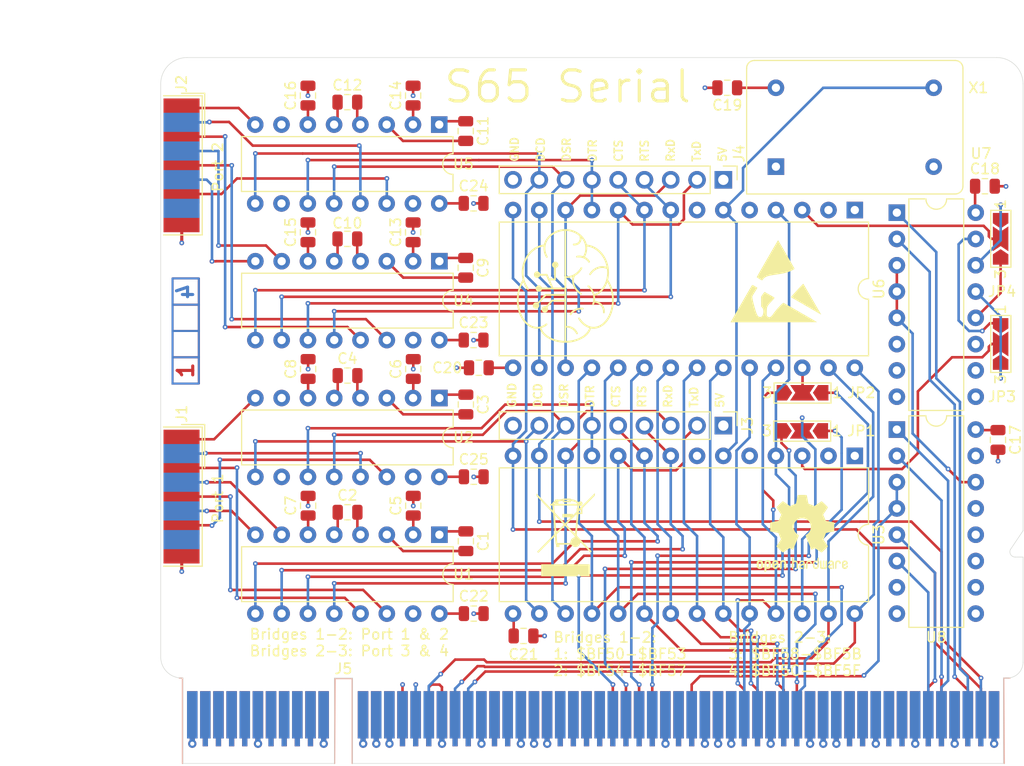
<source format=kicad_pcb>
(kicad_pcb (version 20240108) (generator "pcbnew") (generator_version "8.0")
  (layers (0 "F.Cu" signal) (1 "In1.Cu" power) (2 "In2.Cu" power) (31 "B.Cu" signal) (34 "B.Paste" user) (35 "F.Paste" user) (36 "B.SilkS" user "B.Silkscreen") (37 "F.SilkS" user "F.Silkscreen") (38 "B.Mask" user) (39 "F.Mask" user) (44 "Edge.Cuts" user))
  (net 0 "")
  (net 1 "/~{IO}")
  (net 2 "GND")
  (net 3 "/D3")
  (net 4 "/~{IRQ_0.4}")
  (net 5 "/A10")
  (net 6 "/M{slash}X")
  (net 7 "/~{IRQ_0.0}")
  (net 8 "/CLK")
  (net 9 "/A6")
  (net 10 "/ROM_7")
  (net 11 "/~{IRQ_2}")
  (net 12 "/D0")
  (net 13 "/~{BE}")
  (net 14 "/RAM_4")
  (net 15 "/RAM_0")
  (net 16 "/A14")
  (net 17 "/~{H_RAM}")
  (net 18 "/~{VP}")
  (net 19 "/SYNC_VPA")
  (net 20 "/~{IRQ}")
  (net 21 "/A13")
  (net 22 "/~{IRQ_0.1}")
  (net 23 "/~{IRQ_4}")
  (net 24 "/D5")
  (net 25 "+5V")
  (net 26 "/~{IRQ_0}")
  (net 27 "/~{IRQ_0.5}")
  (net 28 "/~{IRQ_3}")
  (net 29 "/RAM_1")
  (net 30 "/~{RDY}")
  (net 31 "/A8")
  (net 32 "/A0")
  (net 33 "/RAM_6")
  (net 34 "/A12")
  (net 35 "/D6")
  (net 36 "/RAM_2")
  (net 37 "/~{IRQ_0.2}")
  (net 38 "/A2")
  (net 39 "/~{IRQ_0.6}")
  (net 40 "/RAM_7")
  (net 41 "/Ø2{slash}VDA")
  (net 42 "/D2")
  (net 43 "+9V")
  (net 44 "/~{L_RAM}")
  (net 45 "/~{ROM}")
  (net 46 "/R{slash}~{W}")
  (net 47 "/A3")
  (net 48 "/ROM_6")
  (net 49 "/ROM_1")
  (net 50 "/D4")
  (net 51 "/~{IRQ_0.3}")
  (net 52 "/PAGE")
  (net 53 "/ROM_0")
  (net 54 "/RAM_3")
  (net 55 "/~{IRQ_0.7}")
  (net 56 "/E")
  (net 57 "/ROM_4")
  (net 58 "/D7")
  (net 59 "/D1")
  (net 60 "/~{IRQ_1}")
  (net 61 "/A5")
  (net 62 "/~{NMI}")
  (net 63 "/A4")
  (net 64 "/A7")
  (net 65 "/A1")
  (net 66 "/ROM_3")
  (net 67 "/A15")
  (net 68 "/A9")
  (net 69 "/~{ML}")
  (net 70 "/ROM_2")
  (net 71 "/RAM_5")
  (net 72 "/ROM_5")
  (net 73 "/~{RES}")
  (net 74 "/A11")
  (net 76 "/TxD1")
  (net 78 "/CTS1")
  (net 79 "Net-(JP1-C)")
  (net 80 "/RTS1")
  (net 81 "/RxD1")
  (net 82 "/DTR1")
  (net 83 "/1.8432")
  (net 84 "/DCD1")
  (net 85 "/ACIA1")
  (net 86 "/DSR1")
  (net 87 "/TxD2")
  (net 89 "Net-(JP2-C)")
  (net 90 "/CTS2")
  (net 91 "/RxD2")
  (net 92 "/ACIA2")
  (net 93 "/DSR2")
  (net 94 "/DTR2")
  (net 95 "/RTS2")
  (net 96 "/DCD2")
  (net 98 "Net-(U1-C1+)")
  (net 99 "Net-(U1-C1-)")
  (net 100 "Net-(U1-C2-)")
  (net 101 "Net-(U1-C2+)")
  (net 102 "Net-(U2-C1+)")
  (net 103 "Net-(U2-C1-)")
  (net 104 "Net-(U2-C2-)")
  (net 105 "Net-(U2-C2+)")
  (net 106 "Net-(U1-VS+)")
  (net 107 "Net-(U2-VS+)")
  (net 108 "Net-(U1-VS-)")
  (net 109 "Net-(U2-VS-)")
  (net 110 "Net-(U4-C1-)")
  (net 111 "Net-(U4-C1+)")
  (net 112 "Net-(U4-C2+)")
  (net 113 "Net-(U4-C2-)")
  (net 114 "Net-(U5-C1+)")
  (net 115 "Net-(U5-C1-)")
  (net 116 "Net-(U5-C2+)")
  (net 117 "Net-(U5-C2-)")
  (net 118 "Net-(U4-VS+)")
  (net 119 "Net-(U5-VS+)")
  (net 120 "Net-(U4-VS-)")
  (net 121 "Net-(U5-VS-)")
  (net 123 "/RxD_1")
  (net 124 "/CTS_1")
  (net 125 "/TxD_1")
  (net 126 "/RTS_1")
  (net 127 "/DSR_1")
  (net 128 "/DTR_1")
  (net 129 "/DCD_1")
  (net 130 "/DTR_2")
  (net 131 "/RTS_2")
  (net 133 "/CTS_2")
  (net 134 "/DSR_2")
  (net 135 "/TxD_2")
  (net 136 "/RxD_2")
  (net 137 "/DCD_2")
  (net 138 "Net-(JP3-A)")
  (net 139 "Net-(JP3-B)")
  (net 140 "Net-(JP4-B)")
  (net 141 "Net-(JP4-A)")
  (net 147 "/PORT_80")
  (footprint "Package_DIP:DIP-16_W7.62mm" (layer "F.Cu") (at 126.365 91.694 -90)
    (property "Reference" "U2")
    (property "Value" "MAX232")
  )
  (footprint "Capacitor_SMD:C_0805_2012Metric" (layer "F.Cu") (at 128.905 79.111 -90)
    (property "Reference" "C9")
    (property "Value" "1µ")
  )
  (footprint "Capacitor_SMD:C_0805_2012Metric" (layer "F.Cu") (at 129.682 99.304)
    (property "Reference" "C25")
    (property "Value" "100n")
  )
  (footprint "Capacitor_SMD:C_0805_2012Metric" (layer "F.Cu") (at 123.84 88.89 90)
    (property "Reference" "C6")
    (property "Value" "1µ")
  )
  (footprint "Jumper:SolderJumper-3_P2.0mm_Open_TrianglePad1.0x1.5mm_NumberLabels" (layer "F.Cu") (at 180.584 86.472 -90)
    (property "Reference" "JP3")
    (property "Value" "ACIA1/3")
  )
  (footprint "Symbol:ESD-Logo_8.9x8mm_SilkScreen" (layer "F.Cu") (at 158.877 80.391)
    (property "Reference" "REF**" (hide yes))
    (property "Value" "ESD-Logo_8.9x8mm_SilkScreen" (hide yes))
  )
  (footprint "Capacitor_SMD:C_0805_2012Metric" (layer "F.Cu") (at 129.667 86.096)
    (property "Reference" "C23")
    (property "Value" "100n")
  )
  (footprint "Package_DIP:DIP-16_W7.62mm" (layer "F.Cu") (at 170.561 94.742)
    (property "Reference" "U8")
    (property "Value" "74HC138")
  )
  (footprint "Capacitor_SMD:C_0805_2012Metric" (layer "F.Cu") (at 179.07 71.232)
    (property "Reference" "C18")
    (property "Value" "100n")
  )
  (footprint "Capacitor_SMD:C_0805_2012Metric" (layer "F.Cu") (at 129.682 112.522)
    (property "Reference" "C22")
    (property "Value" "100n")
  )
  (footprint "Jumper:SolderJumper-3_P2.0mm_Open_TrianglePad1.0x1.5mm_NumberLabels" (layer "F.Cu") (at 161.449 91.186 180)
    (property "Reference" "JP2")
    (property "Value" "IRQ0.1/0.3")
  )
  (footprint "Package_DIP:DIP-16_W7.62mm" (layer "F.Cu") (at 126.365 78.476 -90)
    (property "Reference" "U4")
    (property "Value" "MAX232")
  )
  (footprint "Package_DIP:DIP-16_W7.62mm" (layer "F.Cu") (at 126.35 65.278 -90)
    (property "Reference" "U5")
    (property "Value" "MAX232")
  )
  (footprint "Connector_Dsub:DSUB-9_Male_EdgeMount_P2.77mm" (layer "F.Cu") (at 101.4505 69.215 -90)
    (property "Reference" "J2")
    (property "Value" "COM2/4")
  )
  (footprint "Jumper:SolderJumper-3_P2.0mm_Open_TrianglePad1.0x1.5mm_NumberLabels" (layer "F.Cu") (at 180.584 76.312 -90)
    (property "Reference" "JP4")
    (property "Value" "ACIA1/3")
  )
  (footprint "Package_DIP:DIP-28_W15.24mm" (layer "F.Cu") (at 166.497 73.533 -90)
    (property "Reference" "U6")
    (property "Value" "6551")
  )
  (footprint "Capacitor_SMD:C_0805_2012Metric" (layer "F.Cu") (at 117.49 89.525 180)
    (property "Reference" "C4")
    (property "Value" "1µ")
  )
  (footprint "Capacitor_SMD:C_0805_2012Metric" (layer "F.Cu") (at 134.493 114.681)
    (property "Reference" "C21")
    (property "Value" "100n")
  )
  (footprint "Capacitor_SMD:C_0805_2012Metric" (layer "F.Cu") (at 128.92 92.319 -90)
    (property "Reference" "C3")
    (property "Value" "1µ")
  )
  (footprint "Oscillator:Oscillator_DIP-14" (layer "F.Cu") (at 158.877 69.342)
    (property "Reference" "X1")
    (property "Value" "1.8432MHz")
  )
  (footprint "Capacitor_SMD:C_0805_2012Metric" (layer "F.Cu") (at 113.665 62.474 90)
    (property "Reference" "C16")
    (property "Value" "1µ")
  )
  (footprint "Jumper:SolderJumper-3_P2.0mm_Open_TrianglePad1.0x1.5mm_NumberLabels" (layer "F.Cu") (at 161.417 94.869 180)
    (property "Reference" "JP1")
    (property "Value" "IRQ0.0/0.2")
  )
  (footprint "Eigene:logo" (layer "F.Cu") (at 138.557 80.899)
    (property "Reference" "G***" (hide yes))
    (property "Value" "LOGO" (hide yes))
  )
  (footprint "Package_DIP:DIP-16_W7.62mm" (layer "F.Cu") (at 170.561 73.787)
    (property "Reference" "U7")
    (property "Value" "74HC138")
  )
  (footprint "Capacitor_SMD:C_0805_2012Metric" (layer "F.Cu") (at 180.33 95.743 -90)
    (property "Reference" "C17")
    (property "Value" "100n")
  )
  (footprint "Capacitor_SMD:C_0805_2012Metric" (layer "F.Cu") (at 117.475 63.109 180)
    (property "Reference" "C12")
    (property "Value" "1µ")
  )
  (footprint "Eigene:ladder_4" (layer "F.Cu") (at 101.854 85.217 90)
    (property "Reference" "Ref**" (hide yes))
    (property "Value" "Val**" (hide yes))
  )
  (footprint "Package_DIP:DIP-16_W7.62mm" (layer "F.Cu") (at 126.365 104.902 -90)
    (property "Reference" "U1")
    (property "Value" "MAX232")
  )
  (footprint "Capacitor_SMD:C_0805_2012Metric" (layer "F.Cu") (at 113.68 102.098 90)
    (property "Reference" "C7")
    (property "Value" "1µ")
  )
  (footprint "Connector_PinHeader_2.54mm:PinHeader_1x09_P2.54mm_Vertical" (layer "F.Cu") (at 153.797 94.361 -90)
    (property "Reference" "J3")
    (property "Value" "PORT1")
  )
  (footprint "Connector_PinHeader_2.54mm:PinHeader_1x09_P2.54mm_Vertical" (layer "F.Cu") (at 153.797 70.612 -90)
    (property "Reference" "J4")
    (property "Value" "PORT2")
  )
  (footprint "Capacitor_SMD:C_0805_2012Metric" (layer "F.Cu") (at 113.665 75.682 90)
    (property "Reference" "C15")
    (property "Value" "1µ")
  )
  (footprint "Capacitor_SMD:C_0805_2012Metric" (layer "F.Cu") (at 117.475 76.317 180)
    (property "Reference" "C10")
    (property "Value" "1µ")
  )
  (footprint "Symbol:OSHW-Logo2_9.8x8mm_SilkScreen" (layer "F.Cu") (at 161.417 104.775)
    (property "Reference" "REF**" (hide yes))
    (property "Value" "OSHW-Logo2_9.8x8mm_SilkScreen" (hide yes))
  )
  (footprint "Capacitor_SMD:C_0805_2012Metric" (layer "F.Cu") (at 154.178 61.722 180)
    (property "Reference" "C19")
    (property "Value" "100n")
  )
  (footprint "Capacitor_SMD:C_0805_2012Metric" (layer "F.Cu") (at 129.667 72.888)
    (property "Reference" "C24")
    (property "Value" "100n")
  )
  (footprint "Capacitor_SMD:C_0805_2012Metric" (layer "F.Cu") (at 117.49 102.733 180)
    (property "Reference" "C2")
    (property "Value" "1µ")
  )
  (footprint "Package_DIP:DIP-28_W15.24mm" (layer "F.Cu") (at 166.497 97.282 -90)
    (property "Reference" "U3")
    (property "Value" "6551")
  )
  (footprint "Capacitor_SMD:C_0805_2012Metric" (layer "F.Cu") (at 130.175 88.773 180)
    (property "Reference" "C20")
    (property "Value" "100n")
  )
  (footprint "Symbol:WEEE-Logo_5.6x8mm_SilkScreen" (layer "F.Cu") (at 138.557 104.902)
    (property "Reference" "REF**" (hide yes))
    (property "Value" "WEEE-Logo_5.6x8mm_SilkScreen" (hide yes))
  )
  (footprint "Capacitor_SMD:C_0805_2012Metric" (layer "F.Cu") (at 128.92 105.527 -90)
    (property "Reference" "C1")
    (property "Value" "1µ")
  )
  (footprint "Capacitor_SMD:C_0805_2012Metric" (layer "F.Cu") (at 123.825 75.682 90)
    (property "Reference" "C13")
    (property "Value" "1µ")
  )
  (footprint "Capacitor_SMD:C_0805_2012Metric" (layer "F.Cu") (at 113.68 88.89 90)
    (property "Reference" "C8")
    (property "Value" "1µ")
  )
  (footprint "Capacitor_SMD:C_0805_2012Metric" (layer "F.Cu") (at 128.905 65.903 -90)
    (property "Reference" "C11")
    (property "Value" "1µ")
  )
  (footprint "Capacitor_SMD:C_0805_2012Metric" (layer "F.Cu") (at 123.825 62.474 90)
    (property "Reference" "C14")
    (property "Value" "1µ")
  )
  (footprint "Capacitor_SMD:C_0805_2012Metric" (layer "F.Cu") (at 123.84 102.098 90)
    (property "Reference" "C5")
    (property "Value" "1µ")
  )
  (footprint "Connector_Dsub:DSUB-9_Male_EdgeMount_P2.77mm" (layer "F.Cu") (at 101.4505 101.219 -90)
    (property "Reference" "J1")
    (property "Value" "COM1/3")
  )
  (footprint "Connector_PCBEdge:BUS_PCI" (layer "B.Cu") (at 141.219 123.631 180)
    (property "Reference" "J5")
    (property "Value" "Bus_PCI_6502")
  )
  (gr_arc (start 181.991 107.061) (mid 181.558869 106.820071) (end 181.536631 106.325815) (stroke (width 0.05)) (layer "Edge.Cuts"))
  (gr_line (start 116.205 118.745) (end 117.983 118.745) (stroke (width 0.05)) (layer "Edge.Cuts"))
  (gr_line (start 180.848 127) (end 180.848 118.745) (stroke (width 0.05)) (layer "Edge.Cuts"))
  (gr_arc (start 101.473 118.745) (mid 100.036159 118.149841) (end 99.441 116.713) (stroke (width 0.05)) (layer "Edge.Cuts"))
  (gr_arc (start 180.213 58.801) (mid 182.009051 59.544949) (end 182.753 61.341) (stroke (width 0.05)) (layer "Edge.Cuts"))
  (gr_line (start 99.441 116.713) (end 99.441 104.521) (stroke (width 0.05)) (layer "Edge.Cuts"))
  (gr_line (start 99.441 104.521) (end 99.441 61.341) (stroke (width 0.05)) (layer "Edge.Cuts"))
  (gr_arc (start 99.441 61.341) (mid 100.184949 59.544949) (end 101.981 58.801) (stroke (width 0.05)) (layer "Edge.Cuts"))
  (gr_line (start 181.991 107.061) (end 182.753 107.061) (stroke (width 0.05)) (layer "Edge.Cuts"))
  (gr_line (start 182.753 107.061) (end 182.753 117.221) (stroke (width 0.05)) (layer "Edge.Cuts"))
  (gr_line (start 182.753 104.521) (end 182.753 61.341) (stroke (width 0.05)) (layer "Edge.Cuts"))
  (gr_line (start 101.473 118.745) (end 101.6 118.745) (stroke (width 0.05)) (layer "Edge.Cuts"))
  (gr_line (start 180.848 118.745) (end 181.229 118.745) (stroke (width 0.05)) (layer "Edge.Cuts"))
  (gr_arc (start 182.753 117.221) (mid 182.306631 118.298631) (end 181.229 118.745) (stroke (width 0.05)) (layer "Edge.Cuts"))
  (gr_line (start 116.205 127) (end 116.205 118.745) (stroke (width 0.05)) (layer "Edge.Cuts"))
  (gr_line (start 101.6 127) (end 116.205 127) (stroke (width 0.05)) (layer "Edge.Cuts"))
  (gr_line (start 117.983 118.745) (end 117.983 127) (stroke (width 0.05)) (layer "Edge.Cuts"))
  (gr_line (start 101.6 118.745) (end 101.6 127) (stroke (width 0.05)) (layer "Edge.Cuts"))
  (gr_line (start 101.981 58.801) (end 180.213 58.801) (stroke (width 0.05)) (layer "Edge.Cuts"))
  (gr_line (start 117.983 127) (end 180.848 127) (stroke (width 0.05)) (layer "Edge.Cuts"))
  (gr_line (start 182.753 104.521) (end 181.536631 106.325815) (stroke (width 0.05)) (layer "Edge.Cuts"))
  (gr_text "S65 Serial" (at 126.619 63.373 0) (layer "F.SilkS") (effects (font (size 3 3) (thickness 0.3)) (justify left bottom)))
  (gr_text "GND\n\nDCD\n\nDSR\n\nDTR\n\nCTS\n\nRTS\n\nRxD\n\nTxD\n\n5V" (at 153.924 92.71 90) (layer "F.SilkS") (effects (font (size 0.78 0.78)) (justify left bottom)))
  (gr_text "Port 1" (at 105.537 103.886 90) (layer "F.SilkS") (effects (font (size 1 1)) (justify left bottom)))
  (gr_text "Bridges 2-3:\n3: $BF58-$BF5B\n4: $BF5C-$BF5F" (at 154.178 118.618 0) (layer "F.SilkS") (effects (font (size 1 1)) (justify left bottom)))
  (gr_text "Port 2" (at 105.537 71.882 90) (layer "F.SilkS") (effects (font (size 1 1)) (justify left bottom)))
  (gr_text "Bridges 1-2:\n1: $BF50-$BF53\n2: $BF54-$BF57" (at 137.287 118.618 0) (layer "F.SilkS") (effects (font (size 1 1)) (justify left bottom)))
  (gr_text "Bridges 1-2: Port 1 & 2\nBridges 2-3: Port 3 & 4" (at 107.95 116.713 0) (layer "F.SilkS") (effects (font (size 1 1)) (justify left bottom)))
  (gr_text "GND\n\nDCD\n\nDSR\n\nDTR\n\nCTS\n\nRTS\n\nRxD\n\nTxD\n\n5V" (at 154.178 68.961 90) (layer "F.SilkS") (effects (font (size 0.78 0.78)) (justify left bottom)))
  (segment (start 150.739 122.301) (end 150.739 119.38) (width 0.25) (layer "F.Cu") (net 1))
  (segment (start 151.548 118.571) (end 167.306 118.571) (width 0.25) (layer "F.Cu") (net 1))
  (segment (start 167.306 118.571) (end 167.386 118.491) (width 0.25) (layer "F.Cu") (net 1))
  (segment (start 150.739 119.38) (end 151.548 118.571) (width 0.25) (layer "F.Cu") (net 1))
  (via (at 167.386 118.491) (size 0.46) (drill 0.2) (layers "F.Cu" "B.Cu") (net 1))
  (segment (start 168.783 104.14) (end 170.561 102.362) (width 0.25) (layer "B.Cu") (net 1))
  (segment (start 170.561 99.822) (end 170.561 102.362) (width 0.25) (layer "B.Cu") (net 1))
  (segment (start 168.783 117.094) (end 168.783 104.14) (width 0.25) (layer "B.Cu") (net 1))
  (segment (start 167.386 118.491) (end 168.783 117.094) (width 0.25) (layer "B.Cu") (net 1))
  (segment (start 123.84 101.148) (end 123.84 102.118) (width 0.25) (layer "F.Cu") (net 2))
  (segment (start 101.473 106.7815) (end 101.4505 106.759) (width 0.3) (layer "F.Cu") (net 2))
  (segment (start 130.632 112.522) (end 129.692 112.522) (width 0.25) (layer "F.Cu") (net 2))
  (segment (start 125.339 119.644) (end 125.603 119.38) (width 0.25) (layer "F.Cu") (net 2))
  (segment (start 113.68 87.94) (end 113.68 88.9) (width 0.25) (layer "F.Cu") (net 2))
  (segment (start 113.665 61.524) (end 113.665 62.484) (width 0.25) (layer "F.Cu") (net 2))
  (segment (start 101.473 108.458) (end 101.473 106.7815) (width 0.3) (layer "F.Cu") (net 2))
  (segment (start 122.799 119.39) (end 122.809 119.38) (width 0.25) (layer "F.Cu") (net 2))
  (segment (start 130.617 72.888) (end 129.677 72.888) (width 0.25) (layer "F.Cu") (net 2))
  (segment (start 130.632 99.304) (end 129.692 99.304) (width 0.25) (layer "F.Cu") (net 2))
  (segment (start 113.68 101.148) (end 113.68 102.118) (width 0.25) (layer "F.Cu") (net 2))
  (segment (start 123.825 74.732) (end 123.825 75.692) (width 0.25) (layer "F.Cu") (net 2))
  (segment (start 126.365 119.38) (end 126.609 119.624) (width 0.25) (layer "F.Cu") (net 2))
  (segment (start 180.02 71.232) (end 181.087 71.232) (width 0.25) (layer "F.Cu") (net 2))
  (segment (start 101.473 76.708) (end 101.473 74.7775) (width 0.3) (layer "F.Cu") (net 2))
  (segment (start 153.228 61.722) (end 152.019 61.722) (width 0.25) (layer "F.Cu") (net 2))
  (segment (start 135.443 114.681) (end 136.525 114.681) (width 0.25) (layer "F.Cu") (net 2))
  (segment (start 129.677 72.888) (end 129.667 72.898) (width 0.25) (layer "F.Cu") (net 2))
  (segment (start 122.799 122.301) (end 122.799 119.39) (width 0.25) (layer "F.Cu") (net 2))
  (segment (start 125.603 119.38) (end 126.365 119.38) (width 0.25) (layer "F.Cu") (net 2))
  (segment (start 123.84 87.94) (end 123.84 88.9) (width 0.25) (layer "F.Cu") (net 2))
  (segment (start 129.692 112.522) (end 129.682 112.532) (width 0.25) (layer "F.Cu") (net 2))
  (segment (start 113.665 74.732) (end 113.665 75.692) (width 0.25) (layer "F.Cu") (net 2))
  (segment (start 101.473 74.7775) (end 101.4505 74.755) (width 0.3) (layer "F.Cu") (net 2))
  (segment (start 129.677 86.096) (end 129.667 86.106) (width 0.25) (layer "F.Cu") (net 2))
  (segment (start 125.339 122.301) (end 125.339 119.644) (width 0.25) (layer "F.Cu") (net 2))
  (segment (start 126.609 119.624) (end 126.609 122.301) (width 0.25) (layer "F.Cu") (net 2))
  (segment (start 123.825 61.524) (end 123.825 62.484) (width 0.25) (layer "F.Cu") (net 2))
  (segment (start 129.692 99.304) (end 129.682 99.314) (width 0.25) (layer "F.Cu") (net 2))
  (segment (start 180.33 96.693) (end 180.33 97.78) (width 0.25) (layer "F.Cu") (net 2))
  (segment (start 130.617 86.096) (end 129.677 86.096) (width 0.25) (layer "F.Cu") (net 2))
  (segment (start 181.087 71.232) (end 181.102 71.247) (width 0.25) (layer "F.Cu") (net 2))
  (segment (start 129.225 88.773) (end 128.016 88.773) (width 0.25) (layer "F.Cu") (net 2))
  (segment (start 180.33 97.78) (end 180.34 97.79) (width 0.25) (layer "F.Cu") (net 2))
  (via (at 129.667 72.898) (size 0.46) (drill 0.2) (layers "F.Cu" "B.Cu") (net 2))
  (via (at 130.429 125.095) (size 0.8) (drill 0.4) (layers "F.Cu" "B.Cu") (net 2))
  (via (at 134.239 125.095) (size 0.8) (drill 0.4) (layers "F.Cu" "B.Cu") (net 2))
  (via (at 176.149 125.095) (size 0.8) (drill 0.4) (layers "F.Cu" "B.Cu") (net 2))
  (via (at 158.369 125.095) (size 0.8) (drill 0.4) (layers "F.Cu" "B.Cu") (net 2))
  (via (at 148.209 125.095) (size 0.8) (drill 0.4) (layers "F.Cu" "B.Cu") (net 2))
  (via (at 152.019 125.095) (size 0.8) (drill 0.4) (layers "F.Cu" "B.Cu") (net 2))
  (via (at 120.269 125.095) (size 0.8) (drill 0.4) (layers "F.Cu" "B.Cu") (net 2))
  (via (at 181.102 71.247) (size 0.46) (drill 0.2) (layers "F.Cu" "B.Cu") (net 2))
  (via (at 164.719 125.095) (size 0.8) (drill 0.4) (layers "F.Cu" "B.Cu") (net 2))
  (via (at 123.84 88.9) (size 0.46) (drill 0.2) (layers "F.Cu" "B.Cu") (net 2))
  (via (at 154.559 125.095) (size 0.8) (drill 0.4) (layers "F.Cu" "B.Cu") (net 2))
  (via (at 123.825 75.692) (size 0.46) (drill 0.2) (layers "F.Cu" "B.Cu") (net 2))
  (via (at 113.665 62.484) (size 0.46) (drill 0.2) (layers "F.Cu" "B.Cu") (net 2))
  (via (at 102.489 125.095) (size 0.8) (drill 0.4) (layers "F.Cu" "B.Cu") (net 2))
  (via (at 108.839 125.095) (size 0.8) (drill 0.4) (layers "F.Cu" "B.Cu") (net 2))
  (via (at 115.189 125.095) (size 0.8) (drill 0.4) (layers "F.Cu" "B.Cu") (net 2))
  (via (at 180.34 97.79) (size 0.46) (drill 0.2) (layers "F.Cu" "B.Cu") (net 2))
  (via (at 179.959 125.095) (size 0.8) (drill 0.4) (layers "F.Cu" "B.Cu") (net 2))
  (via (at 101.473 76.708) (size 0.46) (drill 0.2) (layers "F.Cu" "B.Cu") (net 2))
  (via (at 123.825 62.484) (size 0.46) (drill 0.2) (layers "F.Cu" "B.Cu") (net 2))
  (via (at 136.525 114.681) (size 0.46) (drill 0.2) (layers "F.Cu" "B.Cu") (net 2))
  (via (at 162.179 125.095) (size 0.8) (drill 0.4) (layers "F.Cu" "B.Cu") (net 2))
  (via (at 128.016 88.773) (size 0.46) (drill 0.2) (layers "F.Cu" "B.Cu") (net 2))
  (via (at 126.619 125.095) (size 0.8) (drill 0.4) (layers "F.Cu" "B.Cu") (net 2))
  (via (at 168.529 125.095) (size 0.8) (drill 0.4) (layers "F.Cu" "B.Cu") (net 2))
  (via (at 124.079 119.38) (size 0.46) (drill 0.2) (layers "F.Cu" "B.Cu") (net 2))
  (via (at 101.473 108.458) (size 0.46) (drill 0.2) (layers "F.Cu" "B.Cu") (net 2))
  (via (at 123.84 102.118) (size 0.46) (drill 0.2) (layers "F.Cu" "B.Cu") (net 2))
  (via (at 152.019 61.722) (size 0.46) (drill 0.2) (layers "F.Cu" "B.Cu") (net 2))
  (via (at 129.667 86.106) (size 0.46) (drill 0.2) (layers "F.Cu" "B.Cu") (net 2))
  (via (at 113.68 88.9) (size 0.46) (drill 0.2) (layers "F.Cu" "B.Cu") (net 2))
  (via (at 129.682 99.314) (size 0.46) (drill 0.2) (layers "F.Cu" "B.Cu") (net 2))
  (via (at 129.682 112.532) (size 0.46) (drill 0.2) (layers "F.Cu" "B.Cu") (net 2))
  (via (at 136.779 125.095) (size 0.8) (drill 0.4) (layers "F.Cu" "B.Cu") (net 2))
  (via (at 172.339 125.095) (size 0.8) (drill 0.4) (layers "F.Cu" "B.Cu") (net 2))
  (via (at 122.809 119.38) (size 0.46) (drill 0.2) (layers "F.Cu" "B.Cu") (net 2))
  (via (at 113.68 102.118) (size 0.46) (drill 0.2) (layers "F.Cu" "B.Cu") (net 2))
  (via (at 113.665 75.692) (size 0.46) (drill 0.2) (layers "F.Cu" "B.Cu") (net 2))
  (segment (start 124.069 122.301) (end 124.069 119.39) (width 0.25) (layer "B.Cu") (net 2))
  (segment (start 124.069 119.39) (end 124.079 119.38) (width 0.25) (layer "B.Cu") (net 2))
  (segment (start 159.629 119.878) (end 159.004 119.253) (width 0.25) (layer "F.Cu") (net 3))
  (segment (start 151.638 115.443) (end 148.717 112.522) (width 0.25) (layer "F.Cu") (net 3))
  (segment (start 159.004 115.443) (end 151.638 115.443) (width 0.25) (layer "F.Cu") (net 3))
  (segment (start 159.629 122.301) (end 159.629 119.878) (width 0.25) (layer "F.Cu") (net 3))
  (via (at 159.004 119.253) (size 0.46) (drill 0.2) (layers "F.Cu" "B.Cu") (net 3))
  (via (at 159.004 115.443) (size 0.46) (drill 0.2) (layers "F.Cu" "B.Cu") (net 3))
  (segment (start 159.004 119.253) (end 159.004 115.443) (width 0.25) (layer "B.Cu") (net 3))
  (segment (start 148.717 88.773) (end 147.447 90.043) (width 0.25) (layer "B.Cu") (net 3))
  (segment (start 147.447 103.886) (end 148.717 105.156) (width 0.25) (layer "B.Cu") (net 3))
  (segment (start 147.447 90.043) (end 147.447 103.886) (width 0.25) (layer "B.Cu") (net 3))
  (segment (start 148.717 105.156) (end 148.717 112.522) (width 0.25) (layer "B.Cu") (net 3))
  (segment (start 162.052 106.934) (end 147.447 106.934) (width 0.25) (layer "F.Cu") (net 7))
  (segment (start 163.417 94.869) (end 164.592 94.869) (width 0.25) (layer "F.Cu") (net 7))
  (segment (start 146.929 119.39) (end 146.939 119.38) (width 0.25) (layer "F.Cu") (net 7))
  (segment (start 146.929 122.301) (end 146.929 119.39) (width 0.25) (layer "F.Cu") (net 7))
  (via (at 146.939 119.38) (size 0.46) (drill 0.2) (layers "F.Cu" "B.Cu") (net 7))
  (via (at 164.592 94.869) (size 0.46) (drill 0.2) (layers "F.Cu" "B.Cu") (net 7))
  (via (at 162.052 106.934) (size 0.46) (drill 0.2) (layers "F.Cu" "B.Cu") (net 7))
  (via (at 147.447 106.934) (size 0.46) (drill 0.2) (layers "F.Cu" "B.Cu") (net 7))
  (segment (start 147.447 113.411) (end 146.939 113.919) (width 0.25) (layer "B.Cu") (net 7))
  (segment (start 165.227 102.489) (end 162.814 104.902) (width 0.25) (layer "B.Cu") (net 7))
  (segment (start 162.052 105.664) (end 162.052 106.934) (width 0.25) (layer "B.Cu") (net 7))
  (segment (start 164.592 94.869) (end 165.227 95.504) (width 0.25) (layer "B.Cu") (net 7))
  (segment (start 165.227 95.504) (end 165.227 97.028) (width 0.25) (layer "B.Cu") (net 7))
  (segment (start 162.814 104.902) (end 162.052 105.664) (width 0.25) (layer "B.Cu") (net 7))
  (segment (start 146.939 113.919) (end 146.939 119.38) (width 0.25) (layer "B.Cu") (net 7))
  (segment (start 147.447 106.934) (end 147.447 113.411) (width 0.25) (layer "B.Cu") (net 7))
  (segment (start 165.227 97.028) (end 165.227 102.489) (width 0.25) (layer "B.Cu") (net 7))
  (segment (start 158.369 117.221) (end 158.75 116.84) (width 0.25) (layer "F.Cu") (net 8))
  (segment (start 126.492 118.364) (end 127.889 116.967) (width 0.25) (layer "F.Cu") (net 8))
  (segment (start 163.957 115.189) (end 163.957 112.522) (width 0.25) (layer "F.Cu") (net 8))
  (segment (start 162.306 116.84) (end 163.957 115.189) (width 0.25) (layer "F.Cu") (net 8))
  (segment (start 130.683 116.967) (end 130.937 117.221) (width 0.25) (layer "F.Cu") (net 8))
  (segment (start 127.889 116.967) (end 130.683 116.967) (width 0.25) (layer "F.Cu") (net 8))
  (segment (start 130.937 117.221) (end 158.369 117.221) (width 0.25) (layer "F.Cu") (net 8))
  (segment (start 158.75 116.84) (end 162.306 116.84) (width 0.25) (layer "F.Cu") (net 8))
  (via (at 126.492 118.364) (size 0.46) (drill 0.2) (layers "F.Cu" "B.Cu") (net 8))
  (segment (start 125.339 119.517) (end 126.492 118.364) (width 0.25) (layer "B.Cu") (net 8))
  (segment (start 168.275 93.091) (end 163.957 88.773) (width 0.25) (layer "B.Cu") (net 8))
  (segment (start 168.275 101.219) (end 168.275 93.091) (width 0.25) (layer "B.Cu") (net 8))
  (segment (start 163.957 112.522) (end 163.957 105.537) (width 0.25) (layer "B.Cu") (net 8))
  (segment (start 163.957 105.537) (end 168.275 101.219) (width 0.25) (layer "B.Cu") (net 8))
  (segment (start 125.339 122.301) (end 125.339 119.517) (width 0.25) (layer "B.Cu") (net 8))
  (segment (start 173.599 110.48) (end 170.561 107.442) (width 0.25) (layer "B.Cu") (net 9))
  (segment (start 173.599 122.301) (end 173.599 110.48) (width 0.25) (layer "B.Cu") (net 9))
  (segment (start 165.227 109.982) (end 143.637 109.982) (width 0.25) (layer "F.Cu") (net 12))
  (segment (start 143.637 109.982) (end 141.097 112.522) (width 0.25) (layer "F.Cu") (net 12))
  (via (at 165.227 109.982) (size 0.46) (drill 0.2) (layers "F.Cu" "B.Cu") (net 12))
  (segment (start 161.29 119.888) (end 161.671 119.507) (width 0.25) (layer "B.Cu") (net 12))
  (segment (start 141.097 88.773) (end 139.827 90.043) (width 0.25) (layer "B.Cu") (net 12))
  (segment (start 139.827 103.759) (end 141.097 105.029) (width 0.25) (layer "B.Cu") (net 12))
  (segment (start 141.097 105.029) (end 141.097 112.522) (width 0.25) (layer "B.Cu") (net 12))
  (segment (start 165.227 113.538) (end 165.227 109.982) (width 0.25) (layer "B.Cu") (net 12))
  (segment (start 161.671 118.999) (end 161.671 117.094) (width 0.25) (layer "B.Cu") (net 12))
  (segment (start 161.671 119.507) (end 161.671 118.999) (width 0.25) (layer "B.Cu") (net 12))
  (segment (start 160.899 120.279) (end 161.29 119.888) (width 0.25) (layer "B.Cu") (net 12))
  (segment (start 139.827 90.043) (end 139.827 103.759) (width 0.25) (layer "B.Cu") (net 12))
  (segment (start 161.671 117.094) (end 165.227 113.538) (width 0.25) (layer "B.Cu") (net 12))
  (segment (start 160.899 122.301) (end 160.899 120.279) (width 0.25) (layer "B.Cu") (net 12))
  (segment (start 162.814 107.569) (end 144.907 107.569) (width 0.25) (layer "F.Cu") (net 22))
  (segment (start 145.659 119.39) (end 145.659 122.301) (width 0.25) (layer "F.Cu") (net 22))
  (segment (start 163.449 91.186) (end 164.719 91.186) (width 0.25) (layer "F.Cu") (net 22))
  (segment (start 145.669 119.38) (end 145.659 119.39) (width 0.25) (layer "F.Cu") (net 22))
  (via (at 145.669 119.38) (size 0.46) (drill 0.2) (layers "F.Cu" "B.Cu") (net 22))
  (via (at 164.719 91.186) (size 0.46) (drill 0.2) (layers "F.Cu" "B.Cu") (net 22))
  (via (at 162.814 107.569) (size 0.46) (drill 0.2) (layers "F.Cu" "B.Cu") (net 22))
  (via (at 144.907 107.569) (size 0.46) (drill 0.2) (layers "F.Cu" "B.Cu") (net 22))
  (segment (start 167.767 94.234) (end 167.767 97.79) (width 0.25) (layer "B.Cu") (net 22))
  (segment (start 167.767 97.79) (end 167.767 100.838) (width 0.25) (layer "B.Cu") (net 22))
  (segment (start 144.907 118.618) (end 145.669 119.38) (width 0.25) (layer "B.Cu") (net 22))
  (segment (start 164.719 91.186) (end 167.767 94.234) (width 0.25) (layer "B.Cu") (net 22))
  (segment (start 167.767 100.838) (end 164.973 103.632) (width 0.25) (layer "B.Cu") (net 22))
  (segment (start 144.907 107.569) (end 144.907 118.618) (width 0.25) (layer "B.Cu") (net 22))
  (segment (start 162.814 105.791) (end 162.814 107.569) (width 0.25) (layer "B.Cu") (net 22))
  (segment (start 164.973 103.632) (end 162.814 105.791) (width 0.25) (layer "B.Cu") (net 22))
  (segment (start 155.459445 114.184445) (end 153.797 112.522) (width 0.25) (layer "F.Cu") (net 24))
  (segment (start 156.475445 114.184445) (end 155.459445 114.184445) (width 0.25) (layer "F.Cu") (net 24))
  (segment (start 157.099 122.301) (end 157.099 119.888) (width 0.25) (layer "F.Cu") (net 24))
  (segment (start 157.099 119.888) (end 156.464 119.253) (width 0.25) (layer "F.Cu") (net 24))
  (via (at 156.475445 114.184445) (size 0.46) (drill 0.2) (layers "F.Cu" "B.Cu") (net 24))
  (via (at 156.464 119.253) (size 0.46) (drill 0.2) (layers "F.Cu" "B.Cu") (net 24))
  (segment (start 152.527 103.886) (end 153.797 105.156) (width 0.25) (layer "B.Cu") (net 24))
  (segment (start 152.527 90.043) (end 152.527 103.886) (width 0.25) (layer "B.Cu") (net 24))
  (segment (start 153.797 105.156) (end 153.797 112.522) (width 0.25) (layer "B.Cu") (net 24))
  (segment (start 156.464 119.253) (end 156.464 114.19589) (width 0.25) (layer "B.Cu") (net 24))
  (segment (start 156.464 114.19589) (end 156.475445 114.184445) (width 0.25) (layer "B.Cu") (net 24))
  (segment (start 153.797 88.773) (end 152.527 90.043) (width 0.25) (layer "B.Cu") (net 24))
  (segment (start 178.12 73.726) (end 178.181 73.787) (width 0.25) (layer "F.Cu") (net 25))
  (segment (start 128.717 72.888) (end 126.36 72.888) (width 0.25) (layer "F.Cu") (net 25))
  (segment (start 128.717 86.096) (end 126.365 86.096) (width 0.25) (layer "F.Cu") (net 25))
  (segment (start 133.543 114.681) (end 133.543 112.588) (width 0.25) (layer "F.Cu") (net 25))
  (segment (start 178.232 94.793) (end 178.181 94.742) (width 0.25) (layer "F.Cu") (net 25))
  (segment (start 133.477 88.773) (end 131.125 88.773) (width 0.25) (layer "F.Cu") (net 25))
  (segment (start 126.375 99.304) (end 126.365 99.314) (width 0.25) (layer "F.Cu") (net 25))
  (segment (start 155.128 61.722) (end 158.877 61.722) (width 0.25) (layer "F.Cu") (net 25))
  (segment (start 133.543 112.588) (end 133.477 112.522) (width 0.25) (layer "F.Cu") (net 25))
  (segment (start 178.12 71.232) (end 178.12 73.726) (width 0.25) (layer "F.Cu") (net 25))
  (segment (start 180.33 94.793) (end 178.232 94.793) (width 0.25) (layer "F.Cu") (net 25))
  (segment (start 128.732 99.304) (end 126.375 99.304) (width 0.25) (layer "F.Cu") (net 25))
  (segment (start 126.36 72.888) (end 126.35 72.898) (width 0.25) (layer "F.Cu") (net 25))
  (segment (start 133.543 88.839) (end 133.477 88.773) (width 0.25) (layer "F.Cu") (net 25))
  (segment (start 128.732 112.522) (end 126.365 112.522) (width 0.25) (layer "F.Cu") (net 25))
  (via (at 135.509 125.095) (size 0.8) (drill 0.4) (layers "F.Cu" "B.Cu") (net 25))
  (via (at 163.449 125.095) (size 0.8) (drill 0.4) (layers "F.Cu" "B.Cu") (net 25))
  (via (at 121.539 125.095) (size 0.8) (drill 0.4) (layers "F.Cu" "B.Cu") (net 25))
  (via (at 153.289 125.095) (size 0.8) (drill 0.4) (layers "F.Cu" "B.Cu") (net 25))
  (segment (start 174.879 114.935) (end 174.879 114.681) (width 0.25) (layer "F.Cu") (net 32))
  (segment (start 174.879 106.553) (end 171.958 103.632) (width 0.25) (layer "F.Cu") (net 32))
  (segment (start 178.689 118.745) (end 174.879 114.935) (width 0.25) (layer "F.Cu") (net 32))
  (segment (start 174.879 114.681) (end 174.879 106.553) (width 0.25) (layer "F.Cu") (net 32))
  (segment (start 167.005 103.632) (end 136.017 103.632) (width 0.25) (layer "F.Cu") (net 32))
  (segment (start 171.958 103.632) (end 167.005 103.632) (width 0.25) (layer "F.Cu") (net 32))
  (via (at 178.689 118.745) (size 0.46) (drill 0.2) (layers "F.Cu" "B.Cu") (net 32))
  (via (at 136.017 103.632) (size 0.46) (drill 0.2) (layers "F.Cu" "B.Cu") (net 32))
  (segment (start 137.287 94.869) (end 137.287 81.28) (width 0.25) (layer "B.Cu") (net 32))
  (segment (start 137.287 81.28) (end 136.017 80.01) (width 0.25) (layer "B.Cu") (net 32))
  (segment (start 136.017 80.01) (end 136.017 73.533) (width 0.25) (layer "B.Cu") (net 32))
  (segment (start 178.679 118.755) (end 178.689 118.745) (width 0.25) (layer "B.Cu") (net 32))
  (segment (start 178.679 122.301) (end 178.679 118.755) (width 0.25) (layer "B.Cu") (net 32))
  (segment (start 136.017 103.632) (end 136.017 97.282) (width 0.25) (layer "B.Cu") (net 32))
  (segment (start 136.017 96.139) (end 137.287 94.869) (width 0.25) (layer "B.Cu") (net 32))
  (segment (start 136.017 97.282) (end 136.017 96.139) (width 0.25) (layer "B.Cu") (net 32))
  (segment (start 155.067 96.774) (end 155.067 103.886) (width 0.25) (layer "B.Cu") (net 35))
  (segment (start 156.337 88.773) (end 156.337 95.504) (width 0.25) (layer "B.Cu") (net 35))
  (segment (start 155.067 103.886) (end 156.337 105.156) (width 0.25) (layer "B.Cu") (net 35))
  (segment (start 155.819 114.056) (end 156.337 113.538) (width 0.25) (layer "B.Cu") (net 35))
  (segment (start 156.337 105.156) (end 156.337 112.522) (width 0.25) (layer "B.Cu") (net 35))
  (segment (start 156.337 95.504) (end 155.067 96.774) (width 0.25) (layer "B.Cu") (net 35))
  (segment (start 155.819 122.301) (end 155.819 114.056) (width 0.25) (layer "B.Cu") (net 35))
  (segment (start 156.337 113.538) (end 156.337 112.522) (width 0.25) (layer "B.Cu") (net 35))
  (segment (start 159.417 96.044) (end 159.417 94.869) (width 0.25) (layer "F.Cu") (net 37))
  (segment (start 160.147 96.774) (end 159.417 96.044) (width 0.25) (layer "F.Cu") (net 37))
  (segment (start 144.389 122.301) (end 144.389 119.39) (width 0.25) (layer "F.Cu") (net 37))
  (segment (start 144.389 119.39) (end 144.399 119.38) (width 0.25) (layer "F.Cu") (net 37))
  (segment (start 142.367 108.204) (end 160.782 108.204) (width 0.25) (layer "F.Cu") (net 37))
  (via (at 144.399 119.38) (size 0.46) (drill 0.2) (layers "F.Cu" "B.Cu") (net 37))
  (via (at 160.147 96.774) (size 0.46) (drill 0.2) (layers "F.Cu" "B.Cu") (net 37))
  (via (at 142.367 108.204) (size 0.46) (drill 0.2) (layers "F.Cu" "B.Cu") (net 37))
  (via (at 160.782 108.204) (size 0.46) (drill 0.2) (layers "F.Cu" "B.Cu") (net 37))
  (segment (start 142.367 117.348) (end 144.399 119.38) (width 0.25) (layer "B.Cu") (net 37))
  (segment (start 160.782 99.187) (end 160.782 108.204) (width 0.25) (layer "B.Cu") (net 37))
  (segment (start 160.147 96.774) (end 160.147 98.552) (width 0.25) (layer "B.Cu") (net 37))
  (segment (start 160.147 98.552) (end 160.782 99.187) (width 0.25) (layer "B.Cu") (net 37))
  (segment (start 142.367 108.204) (end 142.367 117.348) (width 0.25) (layer "B.Cu") (net 37))
  (segment (start 176.657 92.075) (end 176.657 117.856) (width 0.25) (layer "B.Cu") (net 38))
  (segment (start 174.371 89.789) (end 176.657 92.075) (width 0.25) (layer "B.Cu") (net 38))
  (segment (start 176.657 117.856) (end 177.419 118.618) (width 0.25) (layer "B.Cu") (net 38))
  (segment (start 177.419 118.618) (end 177.419 122.301) (width 0.25) (layer "B.Cu") (net 38))
  (segment (start 174.371 77.597) (end 174.371 89.789) (width 0.25) (layer "B.Cu") (net 38))
  (segment (start 170.561 73.787) (end 174.371 77.597) (width 0.25) (layer "B.Cu") (net 38))
  (segment (start 159.592 116.078) (end 149.733 116.078) (width 0.25) (layer "F.Cu") (net 42))
  (segment (start 149.733 116.078) (end 146.177 112.522) (width 0.25) (layer "F.Cu") (net 42))
  (via (at 159.592 116.078) (size 0.46) (drill 0.2) (layers "F.Cu" "B.Cu") (net 42))
  (segment (start 159.592 116.078) (end 159.592 122.264) (width 0.25) (layer "B.Cu") (net 42))
  (segment (start 146.177 105.156) (end 146.177 112.522) (width 0.25) (layer "B.Cu") (net 42))
  (segment (start 146.177 88.773) (end 144.907 90.043) (width 0.25) (layer "B.Cu") (net 42))
  (segment (start 144.907 103.886) (end 146.177 105.156) (width 0.25) (layer "B.Cu") (net 42))
  (segment (start 159.592 122.264) (end 159.629 122.301) (width 0.25) (layer "B.Cu") (net 42))
  (segment (start 144.907 90.043) (end 144.907 103.886) (width 0.25) (layer "B.Cu") (net 42))
  (via (at 118.999 125.095) (size 0.8) (drill 0.4) (layers "F.Cu" "B.Cu") (net 43))
  (segment (start 128.524 119.126) (end 130.048 117.602) (width 0.25) (layer "F.Cu") (net 46))
  (segment (start 130.681604 117.602) (end 130.750604 117.671) (width 0.25) (layer "F.Cu") (net 46))
  (segment (start 164.465 117.348) (end 166.497 115.316) (width 0.25) (layer "F.Cu") (net 46))
  (segment (start 130.048 117.602) (end 130.681604 117.602) (width 0.25) (layer "F.Cu") (net 46))
  (segment (start 158.808 117.671) (end 159.131 117.348) (width 0.25) (layer "F.Cu") (net 46))
  (segment (start 130.750604 117.671) (end 158.808 117.671) (width 0.25) (layer "F.Cu") (net 46))
  (segment (start 166.497 115.316) (end 166.497 112.522) (width 0.25) (layer "F.Cu") (net 46))
  (segment (start 159.131 117.348) (end 164.465 117.348) (width 0.25) (layer "F.Cu") (net 46))
  (via (at 128.524 119.126) (size 0.46) (drill 0.2) (layers "F.Cu" "B.Cu") (net 46))
  (segment (start 168.783 91.059) (end 166.497 88.773) (width 0.25) (layer "B.Cu") (net 46))
  (segment (start 166.497 112.522) (end 168.333 110.686) (width 0.25) (layer "B.Cu") (net 46))
  (segment (start 127.879 122.301) (end 127.879 119.771) (width 0.25) (layer "B.Cu") (net 46))
  (segment (start 127.879 119.771) (end 128.524 119.126) (width 0.25) (layer "B.Cu") (net 46))
  (segment (start 168.333 103.953604) (end 168.783 103.503604) (width 0.25) (layer "B.Cu") (net 46))
  (segment (start 168.783 103.503604) (end 168.783 91.059) (width 0.25) (layer "B.Cu") (net 46))
  (segment (start 168.333 110.686) (end 168.333 103.953604) (width 0.25) (layer "B.Cu") (net 46))
  (segment (start 177.419 119.888) (end 176.149 118.618) (width 0.25) (layer "F.Cu") (net 47))
  (segment (start 177.419 122.301) (end 177.419 119.888) (width 0.25) (layer "F.Cu") (net 47))
  (via (at 176.149 118.618) (size 0.46) (drill 0.2) (layers "F.Cu" "B.Cu") (net 47))
  (segment (start 173.736 89.916) (end 173.736 79.502) (width 0.25) (layer "B.Cu") (net 47))
  (segment (start 176.149 118.618) (end 176.149 92.329) (width 0.25) (layer "B.Cu") (net 47))
  (segment (start 173.736 79.502) (end 170.561 76.327) (width 0.25) (layer "B.Cu") (net 47))
  (segment (start 176.149 92.329) (end 173.736 89.916) (width 0.25) (layer "B.Cu") (net 47))
  (segment (start 153.543 114.808) (end 151.257 112.522) (width 0.25) (layer "F.Cu") (net 50))
  (segment (start 157.099 114.808) (end 153.543 114.808) (width 0.25) (layer "F.Cu") (net 50))
  (via (at 157.099 114.808) (size 0.46) (drill 0.2) (layers "F.Cu" "B.Cu") (net 50))
  (segment (start 149.987 103.759) (end 151.257 105.029) (width 0.25) (layer "B.Cu") (net 50))
  (segment (start 157.099 122.301) (end 157.099 114.808) (width 0.25) (layer "B.Cu") (net 50))
  (segment (start 151.257 88.773) (end 149.987 90.043) (width 0.25) (layer "B.Cu") (net 50))
  (segment (start 149.987 90.043) (end 149.987 103.759) (width 0.25) (layer "B.Cu") (net 50))
  (segment (start 151.257 105.029) (end 151.257 112.522) (width 0.25) (layer "B.Cu") (net 50))
  (segment (start 157.607 100.584) (end 157.607 91.694) (width 0.25) (layer "F.Cu") (net 51))
  (segment (start 158.623 102.489) (end 158.623 101.6) (width 0.25) (layer "F.Cu") (net 51))
  (segment (start 139.827 108.839) (end 159.512 108.839) (width 0.25) (layer "F.Cu") (net 51))
  (segment (start 143.119 122.301) (end 143.119 119.39) (width 0.25) (layer "F.Cu") (net 51))
  (segment (start 158.115 91.186) (end 159.449 91.186) (width 0.25) (layer "F.Cu") (net 51))
  (segment (start 143.119 119.39) (end 143.129 119.38) (width 0.25) (layer "F.Cu") (net 51))
  (segment (start 157.607 91.694) (end 158.115 91.186) (width 0.25) (layer "F.Cu") (net 51))
  (segment (start 158.623 101.6) (end 157.607 100.584) (width 0.25) (layer "F.Cu") (net 51))
  (via (at 159.512 108.839) (size 0.46) (drill 0.2) (layers "F.Cu" "B.Cu") (net 51))
  (via (at 143.129 119.38) (size 0.46) (drill 0.2) (layers "F.Cu" "B.Cu") (net 51))
  (via (at 158.623 102.489) (size 0.46) (drill 0.2) (layers "F.Cu" "B.Cu") (net 51))
  (via (at 139.827 108.839) (size 0.46) (drill 0.2) (layers "F.Cu" "B.Cu") (net 51))
  (segment (start 139.827 116.078) (end 139.827 112.649) (width 0.25) (layer "B.Cu") (net 51))
  (segment (start 139.827 112.649) (end 139.827 108.839) (width 0.25) (layer "B.Cu") (net 51))
  (segment (start 159.512 108.839) (end 159.512 104.521) (width 0.25) (layer "B.Cu") (net 51))
  (segment (start 159.512 104.521) (end 158.623 103.632) (width 0.25) (layer "B.Cu") (net 51))
  (segment (start 158.623 103.632) (end 158.623 102.489) (width 0.25) (layer "B.Cu") (net 51))
  (segment (start 143.129 119.38) (end 139.827 116.078) (width 0.25) (layer "B.Cu") (net 51))
  (segment (start 155.819 122.301) (end 155.819 119.878) (width 0.25) (layer "F.Cu") (net 58))
  (segment (start 157.607 111.252) (end 158.877 112.522) (width 0.25) (layer "F.Cu") (net 58))
  (segment (start 155.819 119.878) (end 155.194 119.253) (width 0.25) (layer "F.Cu") (net 58))
  (segment (start 155.194 111.252) (end 157.607 111.252) (width 0.25) (layer "F.Cu") (net 58))
  (via (at 155.194 119.253) (size 0.46) (drill 0.2) (layers "F.Cu" "B.Cu") (net 58))
  (via (at 155.194 111.252) (size 0.46) (drill 0.2) (layers "F.Cu" "B.Cu") (net 58))
  (segment (start 157.607 90.043) (end 157.607 103.886) (width 0.25) (layer "B.Cu") (net 58))
  (segment (start 157.607 103.886) (end 158.877 105.156) (width 0.25) (layer "B.Cu") (net 58))
  (segment (start 158.877 105.156) (end 158.877 112.522) (width 0.25) (layer "B.Cu") (net 58))
  (segment (start 155.194 119.253) (end 155.194 111.252) (width 0.25) (layer "B.Cu") (net 58))
  (segment (start 158.877 88.773) (end 157.607 90.043) (width 0.25) (layer "B.Cu") (net 58))
  (segment (start 160.899 119.136) (end 160.899 122.301) (width 0.25) (layer "F.Cu") (net 59))
  (segment (start 160.909 119.126) (end 160.899 119.136) (width 0.25) (layer "F.Cu") (net 59))
  (segment (start 162.687 110.617) (end 145.542 110.617) (width 0.25) (layer "F.Cu") (net 59))
  (segment (start 145.542 110.617) (end 143.637 112.522) (width 0.25) (layer "F.Cu") (net 59))
  (via (at 162.687 110.617) (size 0.46) (drill 0.2) (layers "F.Cu" "B.Cu") (net 59))
  (via (at 160.909 119.126) (size 0.46) (drill 0.2) (layers "F.Cu" "B.Cu") (net 59))
  (segment (start 143.637 105.029) (end 143.637 112.522) (width 0.25) (layer "B.Cu") (net 59))
  (segment (start 160.909 115.316) (end 162.687 113.538) (width 0.25) (layer "B.Cu") (net 59))
  (segment (start 162.687 113.538) (end 162.687 110.617) (width 0.25) (layer "B.Cu") (net 59))
  (segment (start 142.367 103.759) (end 143.637 105.029) (width 0.25) (layer "B.Cu") (net 59))
  (segment (start 142.367 90.043) (end 142.367 103.759) (width 0.25) (layer "B.Cu") (net 59))
  (segment (start 160.909 119.126) (end 160.909 115.316) (width 0.25) (layer "B.Cu") (net 59))
  (segment (start 143.637 88.773) (end 142.367 90.043) (width 0.25) (layer "B.Cu") (net 59))
  (segment (start 174.869 122.301) (end 174.869 118.628) (width 0.25) (layer "F.Cu") (net 61))
  (segment (start 174.869 118.628) (end 174.879 118.618) (width 0.25) (layer "F.Cu") (net 61))
  (via (at 174.879 118.618) (size 0.46) (drill 0.2) (layers "F.Cu" "B.Cu") (net 61))
  (segment (start 174.879 101.6) (end 170.561 97.282) (width 0.25) (layer "B.Cu") (net 61))
  (segment (start 174.879 118.618) (end 174.879 101.6) (width 0.25) (layer "B.Cu") (net 61))
  (segment (start 175.514 118.999) (end 175.514 99.695) (width 0.25) (layer "B.Cu") (net 63))
  (segment (start 175.514 99.695) (end 170.561 94.742) (width 0.25) (layer "B.Cu") (net 63))
  (segment (start 174.869 119.644) (end 175.514 118.999) (width 0.25) (layer "B.Cu") (net 63))
  (segment (start 174.869 122.301) (end 174.869 119.644) (width 0.25) (layer "B.Cu") (net 63))
  (segment (start 173.599 122.301) (end 173.599 119.644) (width 0.25) (layer "F.Cu") (net 64))
  (segment (start 173.599 119.644) (end 174.244 118.999) (width 0.25) (layer "F.Cu") (net 64))
  (via (at 174.244 118.999) (size 0.46) (drill 0.2) (layers "F.Cu" "B.Cu") (net 64))
  (segment (start 174.244 118.999) (end 174.244 108.585) (width 0.25) (layer "B.Cu") (net 64))
  (segment (start 174.244 108.585) (end 170.561 104.902) (width 0.25) (layer "B.Cu") (net 64))
  (segment (start 168.432005 106.172) (end 171.831 106.172) (width 0.25) (layer "F.Cu") (net 65))
  (segment (start 166.654005 104.394) (end 168.432005 106.172) (width 0.25) (layer "F.Cu") (net 65))
  (segment (start 174.244 115.316) (end 178.679 119.751) (width 0.25) (layer "F.Cu") (net 65))
  (segment (start 174.244 108.585) (end 174.244 115.316) (width 0.25) (layer "F.Cu") (net 65))
  (segment (start 133.477 104.394) (end 166.654005 104.394) (width 0.25) (layer "F.Cu") (net 65))
  (segment (start 171.831 106.172) (end 174.244 108.585) (width 0.25) (layer "F.Cu") (net 65))
  (segment (start 178.679 119.751) (end 178.679 122.301) (width 0.25) (layer "F.Cu") (net 65))
  (via (at 133.477 104.394) (size 0.46) (drill 0.2) (layers "F.Cu" "B.Cu") (net 65))
  (segment (start 133.477 104.394) (end 133.477 97.282) (width 0.25) (layer "B.Cu") (net 65))
  (segment (start 133.477 96.139) (end 134.747 94.869) (width 0.25) (layer "B.Cu") (net 65))
  (segment (start 133.477 97.282) (end 133.477 96.139) (width 0.25) (layer "B.Cu") (net 65))
  (segment (start 133.477 80.137) (end 133.477 73.533) (width 0.25) (layer "B.Cu") (net 65))
  (segment (start 134.747 94.869) (end 134.747 81.407) (width 0.25) (layer "B.Cu") (net 65))
  (segment (start 134.747 81.407) (end 133.477 80.137) (width 0.25) (layer "B.Cu") (net 65))
  (segment (start 160.009 118.121) (end 130.799 118.121) (width 0.25) (layer "F.Cu") (net 73))
  (segment (start 130.799 118.121) (end 129.794 119.126) (width 0.25) (layer "F.Cu") (net 73))
  (segment (start 160.147 117.983) (end 160.009 118.121) (width 0.25) (layer "F.Cu") (net 73))
  (via (at 129.794 119.126) (size 0.46) (drill 0.2) (layers "F.Cu" "B.Cu") (net 73))
  (via (at 160.147 117.983) (size 0.46) (drill 0.2) (layers "F.Cu" "B.Cu") (net 73))
  (segment (start 129.149 119.766) (end 129.789 119.126) (width 0.25) (layer "B.Cu") (net 73))
  (segment (start 160.147 74.803) (end 158.877 73.533) (width 0.25) (layer "B.Cu") (net 73))
  (segment (start 160.147 89.916) (end 160.147 74.803) (width 0.25) (layer "B.Cu") (net 73))
  (segment (start 158.877 91.186) (end 160.147 89.916) (width 0.25) (layer "B.Cu") (net 73))
  (segment (start 160.147 117.983) (end 160.147 100.33) (width 0.25) (layer "B.Cu") (net 73))
  (segment (start 129.149 122.301) (end 129.149 119.766) (width 0.25) (layer "B.Cu") (net 73))
  (segment (start 160.147 100.33) (end 158.877 99.06) (width 0.25) (layer "B.Cu") (net 73))
  (segment (start 158.877 97.282) (end 158.877 91.186) (width 0.25) (layer "B.Cu") (net 73))
  (segment (start 129.789 119.126) (end 129.794 119.126) (width 0.25) (layer "B.Cu") (net 73))
  (segment (start 158.877 99.06) (end 158.877 97.282) (width 0.25) (layer "B.Cu") (net 73))
  (segment (start 149.987 97.917) (end 149.987 95.631) (width 0.25) (layer "F.Cu") (net 76))
  (segment (start 113.665 108.966) (end 138.303 108.966) (width 0.25) (layer "F.Cu") (net 76))
  (segment (start 149.225 98.679) (end 149.987 97.917) (width 0.25) (layer "F.Cu") (net 76))
  (segment (start 139.192 108.077) (end 140.335 106.934) (width 0.25) (layer "F.Cu") (net 76))
  (segment (start 149.987 95.631) (end 151.257 94.361) (width 0.25) (layer "F.Cu") (net 76))
  (segment (start 145.034 98.679) (end 149.225 98.679) (width 0.25) (layer "F.Cu") (net 76))
  (segment (start 140.335 106.934) (end 144.272 106.934) (width 0.25) (layer "F.Cu") (net 76))
  (segment (start 143.637 97.282) (end 145.034 98.679) (width 0.25) (layer "F.Cu") (net 76))
  (segment (start 138.303 108.966) (end 139.192 108.077) (width 0.25) (layer "F.Cu") (net 76))
  (via (at 113.665 108.966) (size 0.46) (drill 0.2) (layers "F.Cu" "B.Cu") (net 76))
  (via (at 144.272 106.934) (size 0.46) (drill 0.2) (layers "F.Cu" "B.Cu") (net 76))
  (segment (start 113.665 112.522) (end 113.665 108.966) (width 0.25) (layer "B.Cu") (net 76))
  (segment (start 143.637 103.632) (end 143.637 97.282) (width 0.25) (layer "B.Cu") (net 76))
  (segment (start 144.272 104.267) (end 143.637 103.632) (width 0.25) (layer "B.Cu") (net 76))
  (segment (start 144.272 106.934) (end 144.272 104.267) (width 0.25) (layer "B.Cu") (net 76))
  (segment (start 138.938 106.045) (end 139.446 105.537) (width 0.25) (layer "F.Cu") (net 78))
  (segment (start 146.177 97.282) (end 143.637 94.742) (width 0.25) (layer "F.Cu") (net 78))
  (segment (start 141.224 105.537) (end 147.447 105.537) (width 0.25) (layer "F.Cu") (net 78))
  (segment (start 143.637 94.742) (end 143.637 94.361) (width 0.25) (layer "F.Cu") (net 78))
  (segment (start 108.585 107.696) (end 137.287 107.696) (width 0.25) (layer "F.Cu") (net 78))
  (segment (start 137.287 107.696) (end 138.938 106.045) (width 0.25) (layer "F.Cu") (net 78))
  (segment (start 139.446 105.537) (end 141.224 105.537) (width 0.25) (layer "F.Cu") (net 78))
  (via (at 147.447 105.537) (size 0.46) (drill 0.2) (layers "F.Cu" "B.Cu") (net 78))
  (via (at 108.585 107.696) (size 0.46) (drill 0.2) (layers "F.Cu" "B.Cu") (net 78))
  (segment (start 147.447 105.029) (end 146.177 103.759) (width 0.25) (layer "B.Cu") (net 78))
  (segment (start 146.177 103.759) (end 146.177 97.282) (width 0.25) (layer "B.Cu") (net 78))
  (segment (start 108.585 112.522) (end 108.585 107.696) (width 0.25) (layer "B.Cu") (net 78))
  (segment (start 147.447 105.537) (end 147.447 105.029) (width 0.25) (layer "B.Cu") (net 78))
  (segment (start 161.417 93.599) (end 161.417 94.869) (width 0.25) (layer "F.Cu") (net 79))
  (via (at 161.417 93.599) (size 0.46) (drill 0.2) (layers "F.Cu" "B.Cu") (net 79))
  (segment (start 162.687 104.0765) (end 162.687 96.647) (width 0.25) (layer "B.Cu") (net 79))
  (segment (start 161.417 95.377) (end 161.417 93.599) (width 0.25) (layer "B.Cu") (net 79))
  (segment (start 162.687 96.647) (end 161.417 95.377) (width 0.25) (layer "B.Cu") (net 79))
  (segment (start 161.417 112.522) (end 161.417 105.3465) (width 0.25) (layer "B.Cu") (net 79))
  (segment (start 161.417 105.3465) (end 162.687 104.0765) (width 0.25) (layer "B.Cu") (net 79))
  (segment (start 137.922 108.331) (end 139.446 106.807) (width 0.25) (layer "F.Cu") (net 80))
  (segment (start 111.125 108.331) (end 137.922 108.331) (width 0.25) (layer "F.Cu") (net 80))
  (segment (start 146.177 94.742) (end 146.177 94.361) (width 0.25) (layer "F.Cu") (net 80))
  (segment (start 139.954 106.299) (end 149.86 106.299) (width 0.25) (layer "F.Cu") (net 80))
  (segment (start 139.446 106.807) (end 139.954 106.299) (width 0.25) (layer "F.Cu") (net 80))
  (segment (start 148.717 97.282) (end 146.177 94.742) (width 0.25) (layer "F.Cu") (net 80))
  (via (at 149.86 106.299) (size 0.46) (drill 0.2) (layers "F.Cu" "B.Cu") (net 80))
  (via (at 111.125 108.331) (size 0.46) (drill 0.2) (layers "F.Cu" "B.Cu") (net 80))
  (segment (start 149.86 106.299) (end 149.86 105.029) (width 0.25) (layer "B.Cu") (net 80))
  (segment (start 111.125 112.522) (end 111.125 108.331) (width 0.25) (layer "B.Cu") (net 80))
  (segment (start 148.717 103.886) (end 148.717 97.282) (width 0.25) (layer "B.Cu") (net 80))
  (segment (start 149.86 105.029) (end 148.717 103.886) (width 0.25) (layer "B.Cu") (net 80))
  (segment (start 140.589 92.964) (end 139.827 93.726) (width 0.25) (layer "F.Cu") (net 81))
  (segment (start 147.32 92.964) (end 140.589 92.964) (width 0.25) (layer "F.Cu") (net 81))
  (segment (start 116.205 109.601) (end 138.557 109.601) (width 0.25) (layer "F.Cu") (net 81))
  (segment (start 148.717 94.361) (end 147.32 92.964) (width 0.25) (layer "F.Cu") (net 81))
  (segment (start 139.827 96.012) (end 138.557 97.282) (width 0.25) (layer "F.Cu") (net 81))
  (segment (start 139.827 93.726) (end 139.827 96.012) (width 0.25) (layer "F.Cu") (net 81))
  (via (at 138.557 109.601) (size 0.46) (drill 0.2) (layers "F.Cu" "B.Cu") (net 81))
  (via (at 116.205 109.601) (size 0.46) (drill 0.2) (layers "F.Cu" "B.Cu") (net 81))
  (segment (start 116.205 112.522) (end 116.205 109.601) (width 0.25) (layer "B.Cu") (net 81))
  (segment (start 138.557 109.601) (end 138.557 97.282) (width 0.25) (layer "B.Cu") (net 81))
  (segment (start 132.715 92.329) (end 130.429 94.615) (width 0.25) (layer "F.Cu") (net 82))
  (segment (start 130.429 94.615) (end 113.665 94.615) (width 0.25) (layer "F.Cu") (net 82))
  (segment (start 141.097 92.329) (end 132.715 92.329) (width 0.25) (layer "F.Cu") (net 82))
  (via (at 141.097 92.329) (size 0.46) (drill 0.2) (layers "F.Cu" "B.Cu") (net 82))
  (via (at 113.665 94.615) (size 0.46) (drill 0.2) (layers "F.Cu" "B.Cu") (net 82))
  (segment (start 141.097 94.361) (end 141.097 92.329) (width 0.25) (layer "B.Cu") (net 82))
  (segment (start 141.097 97.282) (end 141.097 94.361) (width 0.25) (layer "B.Cu") (net 82))
  (segment (start 113.665 94.615) (end 113.665 99.314) (width 0.25) (layer "B.Cu") (net 82))
  (segment (start 155.702 71.628) (end 153.797 73.533) (width 0.25) (layer "B.Cu") (net 83))
  (segment (start 174.117 61.722) (end 163.449 61.722) (width 0.25) (layer "B.Cu") (net 83))
  (segment (start 155.067 74.803) (end 153.797 73.533) (width 0.25) (layer "B.Cu") (net 83))
  (segment (start 153.797 97.282) (end 155.067 96.012) (width 0.25) (layer "B.Cu") (net 83))
  (segment (start 155.067 96.012) (end 155.067 74.803) (width 0.25) (layer "B.Cu") (net 83))
  (segment (start 163.449 61.722) (end 155.702 69.469) (width 0.25) (layer "B.Cu") (net 83))
  (segment (start 155.702 69.469) (end 155.702 71.628) (width 0.25) (layer "B.Cu") (net 83))
  (segment (start 134.747 95.885) (end 108.585 95.885) (width 0.25) (layer "F.Cu") (net 84))
  (via (at 134.747 95.885) (size 0.46) (drill 0.2) (layers "F.Cu" "B.Cu") (net 84))
  (via (at 108.585 95.885) (size 0.46) (drill 0.2) (layers "F.Cu" "B.Cu") (net 84))
  (segment (start 134.747 111.252) (end 136.017 112.522) (width 0.25) (layer "B.Cu") (net 84))
  (segment (start 108.585 95.885) (end 108.585 99.314) (width 0.25) (layer "B.Cu") (net 84))
  (segment (start 134.747 95.631) (end 134.747 95.885) (width 0.25) (layer "B.Cu") (net 84))
  (segment (start 136.017 94.361) (end 134.747 95.631) (width 0.25) (layer "B.Cu") (net 84))
  (segment (start 134.747 95.885) (end 134.747 111.252) (width 0.25) (layer "B.Cu") (net 84))
  (segment (start 179.451 87.122) (end 178.816 87.757) (width 0.25) (layer "F.Cu") (net 85))
  (segment (start 180.584 86.472) (end 179.72 86.472) (width 0.25) (layer "F.Cu") (net 85))
  (segment (start 161.417 98.298) (end 161.417 97.282) (width 0.25) (layer "F.Cu") (net 85))
  (segment (start 172.593 91.059) (end 172.593 97.028) (width 0.25) (layer "F.Cu") (net 85))
  (segment (start 179.451 86.741) (end 179.451 87.122) (width 0.25) (layer "F.Cu") (net 85))
  (segment (start 175.895 87.757) (end 172.593 91.059) (width 0.25) (layer "F.Cu") (net 85))
  (segment (start 161.671 98.552) (end 161.417 98.298) (width 0.25) (layer "F.Cu") (net 85))
  (segment (start 179.72 86.472) (end 179.451 86.741) (width 0.25) (layer "F.Cu") (net 85))
  (segment (start 178.816 87.757) (end 175.895 87.757) (width 0.25) (layer "F.Cu") (net 85))
  (segment (start 172.593 97.028) (end 171.069 98.552) (width 0.25) (layer "F.Cu") (net 85))
  (segment (start 171.069 98.552) (end 161.671 98.552) (width 0.25) (layer "F.Cu") (net 85))
  (segment (start 130.556 95.25) (end 116.205 95.25) (width 0.25) (layer "F.Cu") (net 86))
  (segment (start 138.557 94.361) (end 137.16 92.964) (width 0.25) (layer "F.Cu") (net 86))
  (segment (start 137.16 92.964) (end 132.842 92.964) (width 0.25) (layer "F.Cu") (net 86))
  (segment (start 132.842 92.964) (end 130.556 95.25) (width 0.25) (layer "F.Cu") (net 86))
  (via (at 116.205 95.25) (size 0.46) (drill 0.2) (layers "F.Cu" "B.Cu") (net 86))
  (segment (start 116.205 95.25) (end 116.205 99.314) (width 0.25) (layer "B.Cu") (net 86))
  (segment (start 137.287 111.252) (end 138.557 112.522) (width 0.25) (layer "B.Cu") (net 86))
  (segment (start 137.287 95.631) (end 137.287 111.252) (width 0.25) (layer "B.Cu") (net 86))
  (segment (start 138.557 94.361) (end 137.287 95.631) (width 0.25) (layer "B.Cu") (net 86))
  (segment (start 143.637 73.533) (end 145.034 74.93) (width 0.25) (layer "F.Cu") (net 87))
  (segment (start 113.665 82.55) (end 143.637 82.55) (width 0.25) (layer "F.Cu") (net 87))
  (segment (start 149.987 74.422) (end 149.987 71.882) (width 0.25) (layer "F.Cu") (net 87))
  (segment (start 145.034 74.93) (end 149.479 74.93) (width 0.25) (layer "F.Cu") (net 87))
  (segment (start 149.479 74.93) (end 149.987 74.422) (width 0.25) (layer "F.Cu") (net 87))
  (segment (start 149.987 71.882) (end 151.257 70.612) (width 0.25) (layer "F.Cu") (net 87))
  (via (at 113.665 82.55) (size 0.46) (drill 0.2) (layers "F.Cu" "B.Cu") (net 87))
  (via (at 143.637 82.55) (size 0.46) (drill 0.2) (layers "F.Cu" "B.Cu") (net 87))
  (segment (start 113.665 86.096) (end 113.665 82.55) (width 0.25) (layer "B.Cu") (net 87))
  (segment (start 143.637 82.55) (end 143.637 73.533) (width 0.25) (layer "B.Cu") (net 87))
  (segment (start 161.449 91.186) (end 161.449 88.805) (width 0.25) (layer "F.Cu") (net 89))
  (segment (start 161.449 88.805) (end 161.417 88.773) (width 0.25) (layer "F.Cu") (net 89))
  (segment (start 108.585 81.28) (end 146.177 81.28) (width 0.25) (layer "F.Cu") (net 90))
  (via (at 108.585 81.28) (size 0.46) (drill 0.2) (layers "F.Cu" "B.Cu") (net 90))
  (via (at 146.177 81.28) (size 0.46) (drill 0.2) (layers "F.Cu" "B.Cu") (net 90))
  (segment (start 146.177 73.533) (end 143.637 70.993) (width 0.25) (layer "B.Cu") (net 90))
  (segment (start 143.637 70.993) (end 143.637 70.612) (width 0.25) (layer "B.Cu") (net 90))
  (segment (start 146.177 81.28) (end 146.177 73.533) (width 0.25) (layer "B.Cu") (net 90))
  (segment (start 108.585 86.096) (end 108.585 81.28) (width 0.25) (layer "B.Cu") (net 90))
  (segment (start 138.557 73.533) (end 139.954 72.136) (width 0.25) (layer "F.Cu") (net 91))
  (segment (start 139.954 72.136) (end 147.193 72.136) (width 0.25) (layer "F.Cu") (net 91))
  (segment (start 147.193 72.136) (end 148.717 70.612) (width 0.25) (layer "F.Cu") (net 91))
  (segment (start 116.205 83.312) (end 139.827 83.312) (width 0.25) (layer "F.Cu") (net 91))
  (via (at 139.827 83.312) (size 0.46) (drill 0.2) (layers "F.Cu" "B.Cu") (net 91))
  (via (at 116.205 83.312) (size 0.46) (drill 0.2) (layers "F.Cu" "B.Cu") (net 91))
  (segment (start 116.205 86.096) (end 116.205 83.312) (width 0.25) (layer "B.Cu") (net 91))
  (segment (start 139.827 81.153) (end 138.557 79.883) (width 0.25) (layer "B.Cu") (net 91))
  (segment (start 139.827 83.312) (end 139.827 81.153) (width 0.25) (layer "B.Cu") (net 91))
  (segment (start 138.557 79.883) (end 138.557 73.533) (width 0.25) (layer "B.Cu") (net 91))
  (segment (start 179.451 75.565) (end 178.943 75.057) (width 0.25) (layer "F.Cu") (net 92))
  (segment (start 178.943 75.057) (end 162.941 75.057) (width 0.25) (layer "F.Cu") (net 92))
  (segment (start 179.451 76.073) (end 179.451 75.565) (width 0.25) (layer "F.Cu") (net 92))
  (segment (start 180.584 76.312) (end 179.69 76.312) (width 0.25) (layer "F.Cu") (net 92))
  (segment (start 179.69 76.312) (end 179.451 76.073) (width 0.25) (layer "F.Cu") (net 92))
  (segment (start 162.941 75.057) (end 161.417 73.533) (width 0.25) (layer "F.Cu") (net 92))
  (segment (start 116.205 69.342) (end 137.287 69.342) (width 0.25) (layer "F.Cu") (net 93))
  (segment (start 137.287 69.342) (end 138.557 70.612) (width 0.25) (layer "F.Cu") (net 93))
  (via (at 116.205 69.342) (size 0.46) (drill 0.2) (layers "F.Cu" "B.Cu") (net 93))
  (segment (start 138.557 88.773) (end 138.557 81.153) (width 0.25) (layer "B.Cu") (net 93))
  (segment (start 116.19 72.898) (end 116.19 69.357) (width 0.25) (layer "B.Cu") (net 93))
  (segment (start 138.557 81.153) (end 137.287 79.883) (width 0.25) (layer "B.Cu") (net 93))
  (segment (start 137.287 79.883) (end 137.287 71.882) (width 0.25) (layer "B.Cu") (net 93))
  (segment (start 137.287 71.882) (end 138.557 70.612) (width 0.25) (layer "B.Cu") (net 93))
  (segment (start 116.19 69.357) (end 116.205 69.342) (width 0.25) (layer "B.Cu") (net 93))
  (segment (start 113.665 68.707) (end 130.175 68.707) (width 0.25) (layer "F.Cu") (net 94))
  (segment (start 130.175 68.707) (end 141.097 68.707) (width 0.25) (layer "F.Cu") (net 94))
  (via (at 113.665 68.707) (size 0.46) (drill 0.2) (layers "F.Cu" "B.Cu") (net 94))
  (via (at 141.097 68.707) (size 0.46) (drill 0.2) (layers "F.Cu" "B.Cu") (net 94))
  (segment (start 141.097 68.707) (end 141.097 73.533) (width 0.25) (layer "B.Cu") (net 94))
  (segment (start 113.65 68.722) (end 113.665 68.707) (width 0.25) (layer "B.Cu") (net 94))
  (segment (start 113.65 72.898) (end 113.65 68.722) (width 0.25) (layer "B.Cu") (net 94))
  (segment (start 111.125 81.915) (end 148.717 81.915) (width 0.25) (layer "F.Cu") (net 95))
  (via (at 148.717 81.915) (size 0.46) (drill 0.2) (layers "F.Cu" "B.Cu") (net 95))
  (via (at 111.125 81.915) (size 0.46) (drill 0.2) (layers "F.Cu" "B.Cu") (net 95))
  (segment (start 148.717 81.915) (end 148.717 73.533) (width 0.25) (layer "B.Cu") (net 95))
  (segment (start 146.177 70.993) (end 146.177 70.612) (width 0.25) (layer "B.Cu") (net 95))
  (segment (start 148.717 73.533) (end 146.177 70.993) (width 0.25) (layer "B.Cu") (net 95))
  (segment (start 111.125 86.096) (end 111.125 81.915) (width 0.25) (layer "B.Cu") (net 95))
  (segment (start 113.157 68.072) (end 136.017 68.072) (width 0.25) (layer "F.Cu") (net 96))
  (segment (start 108.585 68.072) (end 113.157 68.072) (width 0.25) (layer "F.Cu") (net 96))
  (via (at 108.585 68.072) (size 0.46) (drill 0.2) (layers "F.Cu" "B.Cu") (net 96))
  (via (at 136.017 68.072) (size 0.46) (drill 0.2) (layers "F.Cu" "B.Cu") (net 96))
  (segment (start 136.017 68.072) (end 136.017 70.612) (width 0.25) (layer "B.Cu") (net 96))
  (segment (start 108.57 72.898) (end 108.57 68.087) (width 0.25) (layer "B.Cu") (net 96))
  (segment (start 108.57 68.087) (end 108.585 68.072) (width 0.25) (layer "B.Cu") (net 96))
  (segment (start 136.017 81.153) (end 134.747 79.883) (width 0.25) (layer "B.Cu") (net 96))
  (segment (start 134.747 79.883) (end 134.747 71.882) (width 0.25) (layer "B.Cu") (net 96))
  (segment (start 136.017 88.773) (end 136.017 81.153) (width 0.25) (layer "B.Cu") (net 96))
  (segment (start 134.747 71.882) (end 136.017 70.612) (width 0.25) (layer "B.Cu") (net 96))
  (segment (start 126.69 104.577) (end 126.365 104.902) (width 0.25) (layer "F.Cu") (net 98))
  (segment (start 128.92 104.577) (end 126.69 104.577) (width 0.25) (layer "F.Cu") (net 98))
  (segment (start 122.86 106.477) (end 121.285 104.902) (width 0.25) (layer "F.Cu") (net 99))
  (segment (start 128.92 106.477) (end 122.86 106.477) (width 0.25) (layer "F.Cu") (net 99))
  (segment (start 116.54 102.733) (end 116.54 104.567) (width 0.25) (layer "F.Cu") (net 100))
  (segment (start 116.54 104.567) (end 116.205 104.902) (width 0.25) (layer "F.Cu") (net 100))
  (segment (start 118.44 102.733) (end 118.44 104.597) (width 0.25) (layer "F.Cu") (net 101))
  (segment (start 118.44 104.597) (end 118.745 104.902) (width 0.25) (layer "F.Cu") (net 101))
  (segment (start 126.69 91.369) (end 126.365 91.694) (width 0.25) (layer "F.Cu") (net 102))
  (segment (start 128.92 91.369) (end 126.69 91.369) (width 0.25) (layer "F.Cu") (net 102))
  (segment (start 122.86 93.269) (end 121.285 91.694) (width 0.25) (layer "F.Cu") (net 103))
  (segment (start 128.92 93.269) (end 122.86 93.269) (width 0.25) (layer "F.Cu") (net 103))
  (segment (start 116.54 89.525) (end 116.54 91.359) (width 0.25) (layer "F.Cu") (net 104))
  (segment (start 116.54 91.359) (end 116.205 91.694) (width 0.25) (layer "F.Cu") (net 104))
  (segment (start 118.44 89.525) (end 118.44 91.389) (width 0.25) (layer "F.Cu") (net 105))
  (segment (start 118.44 91.389) (end 118.745 91.694) (width 0.25) (layer "F.Cu") (net 105))
  (segment (start 123.84 103.048) (end 123.84 104.887) (width 0.25) (layer "F.Cu") (net 106))
  (segment (start 123.84 104.887) (end 123.825 104.902) (width 0.25) (layer "F.Cu") (net 106))
  (segment (start 123.84 89.84) (end 123.84 91.679) (width 0.25) (layer "F.Cu") (net 107))
  (segment (start 123.84 91.679) (end 123.825 91.694) (width 0.25) (layer "F.Cu") (net 107))
  (segment (start 113.68 103.048) (end 113.68 104.887) (width 0.25) (layer "F.Cu") (net 108))
  (segment (start 113.68 104.887) (end 113.665 104.902) (width 0.25) (layer "F.Cu") (net 108))
  (segment (start 113.68 89.84) (end 113.68 91.679) (width 0.25) (layer "F.Cu") (net 109))
  (segment (start 113.68 91.679) (end 113.665 91.694) (width 0.25) (layer "F.Cu") (net 109))
  (segment (start 122.87 80.061) (end 121.285 78.476) (width 0.25) (layer "F.Cu") (net 110))
  (segment (start 128.905 80.061) (end 122.87 80.061) (width 0.25) (layer "F.Cu") (net 110))
  (segment (start 128.905 78.161) (end 126.68 78.161) (width 0.25) (layer "F.Cu") (net 111))
  (segment (start 126.68 78.161) (end 126.365 78.476) (width 0.25) (layer "F.Cu") (net 111))
  (segment (start 118.425 76.317) (end 118.425 78.156) (width 0.25) (layer "F.Cu") (net 112))
  (segment (start 118.425 78.156) (end 118.745 78.476) (width 0.25) (layer "F.Cu") (net 112))
  (segment (start 116.525 78.156) (end 116.205 78.476) (width 0.25) (layer "F.Cu") (net 113))
  (segment (start 116.525 76.317) (end 116.525 78.156) (width 0.25) (layer "F.Cu") (net 113))
  (segment (start 128.905 64.953) (end 126.675 64.953) (width 0.25) (layer "F.Cu") (net 114))
  (segment (start 126.675 64.953) (end 126.35 65.278) (width 0.25) (layer "F.Cu") (net 114))
  (segment (start 128.905 66.853) (end 122.845 66.853) (width 0.25) (layer "F.Cu") (net 115))
  (segment (start 122.845 66.853) (end 121.27 65.278) (width 0.25) (layer "F.Cu") (net 115))
  (segment (start 118.425 63.109) (end 118.425 64.973) (width 0.25) (layer "F.Cu") (net 116))
  (segment (start 118.425 64.973) (end 118.73 65.278) (width 0.25) (layer "F.Cu") (net 116))
  (segment (start 116.525 64.943) (end 116.19 65.278) (width 0.25) (layer "F.Cu") (net 117))
  (segment (start 116.525 63.109) (end 116.525 64.943) (width 0.25) (layer "F.Cu") (net 117))
  (segment (start 123.825 76.632) (end 123.825 78.476) (width 0.25) (layer "F.Cu") (net 118))
  (segment (start 123.825 63.424) (end 123.825 65.263) (width 0.25) (layer "F.Cu") (net 119))
  (segment (start 123.825 65.263) (end 123.81 65.278) (width 0.25) (layer "F.Cu") (net 119))
  (segment (start 113.665 76.632) (end 113.665 78.476) (width 0.25) (layer "F.Cu") (net 120))
  (segment (start 113.665 65.263) (end 113.65 65.278) (width 0.25) (layer "F.Cu") (net 121))
  (segment (start 113.665 63.424) (end 113.665 65.263) (width 0.25) (layer "F.Cu") (net 121))
  (segment (start 106.807 110.998) (end 117.221 110.998) (width 0.25) (layer "F.Cu") (net 123))
  (segment (start 101.4505 98.449) (end 106.783 98.449) (width 0.25) (layer "F.Cu") (net 123))
  (segment (start 117.221 110.998) (end 118.745 112.522) (width 0.25) (layer "F.Cu") (net 123))
  (segment (start 106.783 98.449) (end 106.807 98.425) (width 0.25) (layer "F.Cu") (net 123))
  (via (at 106.807 110.998) (size 0.46) (drill 0.2) (layers "F.Cu" "B.Cu") (net 123))
  (via (at 106.807 98.425) (size 0.46) (drill 0.2) (layers "F.Cu" "B.Cu") (net 123))
  (segment (start 106.807 98.425) (end 106.807 110.998) (width 0.25) (layer "B.Cu") (net 123))
  (segment (start 103.886 102.604) (end 106.287 102.604) (width 0.25) (layer "F.Cu") (net 124))
  (segment (start 106.287 102.604) (end 108.585 104.902) (width 0.25) (layer "F.Cu") (net 124))
  (via (at 103.886 102.604) (size 0.46) (drill 0.2) (layers "F.Cu" "B.Cu") (net 124))
  (segment (start 103.886 102.604) (end 101.4505 102.604) (width 0.25) (layer "B.Cu") (net 124))
  (segment (start 101.4505 101.219) (end 106.172 101.219) (width 0.25) (layer "F.Cu") (net 125))
  (segment (start 118.999 110.236) (end 121.285 112.522) (width 0.25) (layer "F.Cu") (net 125))
  (segment (start 106.172 110.236) (end 118.999 110.236) (width 0.25) (layer "F.Cu") (net 125))
  (via (at 106.172 101.219) (size 0.46) (drill 0.2) (layers "F.Cu" "B.Cu") (net 125))
  (via (at 106.172 110.236) (size 0.46) (drill 0.2) (layers "F.Cu" "B.Cu") (net 125))
  (segment (start 106.172 101.219) (end 106.172 110.236) (width 0.25) (layer "B.Cu") (net 125))
  (segment (start 106.184 99.834) (end 111.125 104.775) (width 0.25) (layer "F.Cu") (net 126))
  (segment (start 103.886 99.834) (end 106.184 99.834) (width 0.25) (layer "F.Cu") (net 126))
  (segment (start 111.125 104.775) (end 111.125 104.902) (width 0.25) (layer "F.Cu") (net 126))
  (via (at 103.886 99.834) (size 0.46) (drill 0.2) (layers "F.Cu" "B.Cu") (net 126))
  (segment (start 103.886 99.834) (end 101.4505 99.834) (width 0.25) (layer "B.Cu") (net 126))
  (segment (start 103.759 97.028) (end 118.745 97.028) (width 0.25) (layer "F.Cu") (net 127))
  (via (at 118.745 97.028) (size 0.46) (drill 0.2) (layers "F.Cu" "B.Cu") (net 127))
  (via (at 103.759 97.028) (size 0.46) (drill 0.2) (layers "F.Cu" "B.Cu") (net 127))
  (segment (start 103.723 97.064) (end 103.759 97.028) (width 0.25) (layer "B.Cu") (net 127))
  (segment (start 101.4505 97.064) (end 103.723 97.064) (width 0.25) (layer "B.Cu") (net 127))
  (segment (start 118.745 97.028) (end 118.745 99.314) (width 0.25) (layer "B.Cu") (net 127))
  (segment (start 119.634 97.663) (end 121.285 99.314) (width 0.25) (layer "F.Cu") (net 128))
  (segment (start 101.4505 103.989) (end 104.37 103.989) (width 0.25) (layer "F.Cu") (net 128))
  (segment (start 105.156 97.663) (end 119.634 97.663) (width 0.25) (layer "F.Cu") (net 128))
  (segment (start 104.37 103.989) (end 104.394 104.013) (width 0.25) (layer "F.Cu") (net 128))
  (via (at 105.156 97.663) (size 0.46) (drill 0.2) (layers "F.Cu" "B.Cu") (net 128))
  (via (at 104.394 104.013) (size 0.46) (drill 0.2) (layers "F.Cu" "B.Cu") (net 128))
  (segment (start 104.394 104.013) (end 105.156 103.251) (width 0.25) (layer "B.Cu") (net 128))
  (segment (start 105.156 103.251) (end 105.156 97.663) (width 0.25) (layer "B.Cu") (net 128))
  (segment (start 101.4505 95.679) (end 104.6 95.679) (width 0.25) (layer "F.Cu") (net 129))
  (segment (start 104.6 95.679) (end 108.585 91.694) (width 0.25) (layer "F.Cu") (net 129))
  (segment (start 101.4505 71.985) (end 105.307 71.985) (width 0.25) (layer "F.Cu") (net 130))
  (segment (start 105.307 71.985) (end 106.807 70.485) (width 0.25) (layer "F.Cu") (net 130))
  (segment (start 106.807 70.485) (end 121.285 70.485) (width 0.25) (layer "F.Cu") (net 130))
  (via (at 121.285 70.485) (size 0.46) (drill 0.2) (layers "F.Cu" "B.Cu") (net 130))
  (segment (start 121.285 70.485) (end 121.285 72.883) (width 0.25) (layer "B.Cu") (net 130))
  (segment (start 121.285 72.883) (end 121.27 72.898) (width 0.25) (layer "B.Cu") (net 130))
  (segment (start 109.611 76.962) (end 111.125 78.476) (width 0.25) (layer "F.Cu") (net 131))
  (segment (start 105.029 76.962) (end 109.611 76.962) (width 0.25) (layer "F.Cu") (net 131))
  (via (at 105.029 76.962) (size 0.46) (drill 0.2) (layers "F.Cu" "B.Cu") (net 131))
  (segment (start 101.4505 67.83) (end 105.017 67.83) (width 0.25) (layer "B.Cu") (net 131))
  (segment (start 105.017 76.95) (end 105.029 76.962) (width 0.25) (layer "B.Cu") (net 131))
  (segment (start 105.017 67.83) (end 105.017 76.95) (width 0.25) (layer "B.Cu") (net 131))
  (segment (start 104.785 78.476) (end 108.585 78.476) (width 0.25) (layer "F.Cu") (net 133))
  (segment (start 104.394 78.486) (end 104.775 78.486) (width 0.25) (layer "F.Cu") (net 133))
  (segment (start 104.775 78.486) (end 104.785 78.476) (width 0.25) (layer "F.Cu") (net 133))
  (via (at 104.394 78.486) (size 0.46) (drill 0.2) (layers "F.Cu" "B.Cu") (net 133))
  (segment (start 104.394 71.12) (end 104.394 78.486) (width 0.25) (layer "B.Cu") (net 133))
  (segment (start 103.874 70.6) (end 104.394 71.12) (width 0.25) (layer "B.Cu") (net 133))
  (segment (start 101.4505 70.6) (end 103.874 70.6) (width 0.25) (layer "B.Cu") (net 133))
  (segment (start 108.331 67.31) (end 118.618 67.31) (width 0.25) (layer "F.Cu") (net 134))
  (segment (start 104.14 65.024) (end 106.045 65.024) (width 0.25) (layer "F.Cu") (net 134))
  (segment (start 106.045 65.024) (end 108.331 67.31) (width 0.25) (layer "F.Cu") (net 134))
  (via (at 104.14 65.024) (size 0.46) (drill 0.2) (layers "F.Cu" "B.Cu") (net 134))
  (via (at 118.618 67.31) (size 0.46) (drill 0.2) (layers "F.Cu" "B.Cu") (net 134))
  (segment (start 118.73 67.422) (end 118.73 72.898) (width 0.25) (layer "B.Cu") (net 134))
  (segment (start 104.104 65.06) (end 101.4505 65.06) (width 0.25) (layer "B.Cu") (net 134))
  (segment (start 118.618 67.31) (end 118.73 67.422) (width 0.25) (layer "B.Cu") (net 134))
  (segment (start 104.14 65.024) (end 104.104 65.06) (width 0.25) (layer "B.Cu") (net 134))
  (segment (start 119.263 84.074) (end 121.285 86.096) (width 0.25) (layer "F.Cu") (net 135))
  (segment (start 101.4505 69.215) (end 106.299 69.215) (width 0.25) (layer "F.Cu") (net 135))
  (segment (start 106.299 84.074) (end 119.263 84.074) (width 0.25) (layer "F.Cu") (net 135))
  (via (at 106.299 84.074) (size 0.46) (drill 0.2) (layers "F.Cu" "B.Cu") (net 135))
  (via (at 106.299 69.215) (size 0.46) (drill 0.2) (layers "F.Cu" "B.Cu") (net 135))
  (segment (start 106.299 69.215) (end 106.299 84.074) (width 0.25) (layer "B.Cu") (net 135))
  (segment (start 117.485 84.836) (end 118.745 86.096) (width 0.25) (layer "F.Cu") (net 136))
  (segment (start 105.64 66.445) (end 101.4505 66.445) (width 0.25) (layer "F.Cu") (net 136))
  (segment (start 105.664 84.836) (end 117.485 84.836) (width 0.25) (layer "F.Cu") (net 136))
  (segment (start 105.664 66.421) (end 105.64 66.445) (width 0.25) (layer "F.Cu") (net 136))
  (via (at 105.664 84.836) (size 0.46) (drill 0.2) (layers "F.Cu" "B.Cu") (net 136))
  (via (at 105.664 66.421) (size 0.46) (drill 0.2) (layers "F.Cu" "B.Cu") (net 136))
  (segment (start 105.664 66.421) (end 105.664 84.836) (width 0.25) (layer "B.Cu") (net 136))
  (segment (start 101.4505 63.675) (end 106.967 63.675) (width 0.25) (layer "F.Cu") (net 137))
  (segment (start 106.967 63.675) (end 108.57 65.278) (width 0.25) (layer "F.Cu") (net 137))
  (segment (start 178.816 85.217) (end 179.561 84.472) (width 0.25) (layer "F.Cu") (net 138))
  (segment (start 179.561 84.472) (end 180.584 84.472) (width 0.25) (layer "F.Cu") (net 138))
  (via (at 178.816 85.217) (size 0.46) (drill 0.2) (layers "F.Cu" "B.Cu") (net 138))
  (segment (start 176.53 76.835) (end 176.53 84.201) (width 0.25) (layer "B.Cu") (net 138))
  (segment (start 177.038 76.327) (end 176.53 76.835) (width 0.25) (layer "B.Cu") (net 138))
  (segment (start 177.546 85.217) (end 178.816 85.217) (width 0.25) (layer "B.Cu") (net 138))
  (segment (start 178.181 76.327) (end 177.038 76.327) (width 0.25) (layer "B.Cu") (net 138))
  (segment (start 176.53 84.201) (end 177.546 85.217) (width 0.25) (layer "B.Cu") (net 138))
  (segment (start 180.584 89.779) (end 180.594 89.789) (width 0.25) (layer "F.Cu") (net 139))
  (segment (start 180.584 88.472) (end 180.584 89.779) (width 0.25) (layer "F.Cu") (net 139))
  (via (at 180.594 89.789) (size 0.46) (drill 0.2) (layers "F.Cu" "B.Cu") (net 139))
  (segment (start 180.594 89.789) (end 180.594 83.82) (width 0.25) (layer "B.Cu") (net 139))
  (segment (start 180.594 83.82) (end 178.181 81.407) (width 0.25) (layer "B.Cu") (net 139))
  (segment (start 178.181 83.947) (end 180.584 81.544) (width 0.25) (layer "F.Cu") (net 140))
  (segment (start 180.584 81.544) (end 180.584 78.312) (width 0.25) (layer "F.Cu") (net 140))
  (segment (start 180.584 74.312) (end 180.584 73.035) (width 0.25) (layer "F.Cu") (net 141))
  (segment (start 180.584 73.035) (end 180.594 73.025) (width 0.25) (layer "F.Cu") (net 141))
  (via (at 180.594 73.025) (size 0.46) (drill 0.2) (layers "F.Cu" "B.Cu") (net 141))
  (segment (start 180.594 73.025) (end 180.594 76.454) (width 0.25) (layer "B.Cu") (net 141))
  (segment (start 180.594 76.454) (end 178.181 78.867) (width 0.25) (layer "B.Cu") (net 141))
  (segment (start 170.561 81.407) (end 170.561 83.947) (width 0.25) (layer "F.Cu") (net 147))
  (segment (start 176.784 99.822) (end 175.514 98.552) (width 0.25) (layer "F.Cu") (net 147))
  (segment (start 170.561 78.867) (end 170.561 81.407) (width 0.25) (layer "F.Cu") (net 147))
  (segment (start 178.181 99.822) (end 176.784 99.822) (width 0.25) (layer "F.Cu") (net 147))
  (via (at 175.514 98.552) (size 0.46) (drill 0.2) (layers "F.Cu" "B.Cu") (net 147))
  (segment (start 172.085 85.471) (end 170.561 83.947) (width 0.25) (layer "B.Cu") (net 147))
  (segment (start 175.514 98.552) (end 172.085 95.123) (width 0.25) (layer "B.Cu") (net 147))
  (segment (start 172.085 95.123) (end 172.085 85.471) (width 0.25) (layer "B.Cu") (net 147))
)
</source>
